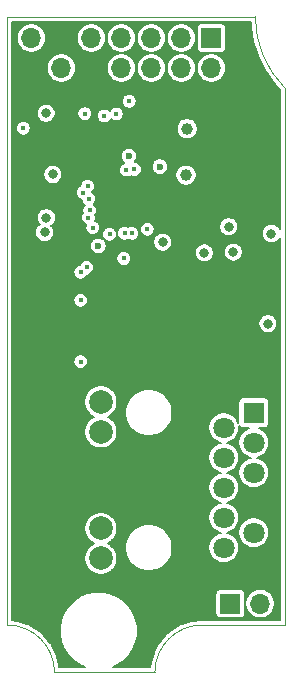
<source format=gbr>
%TF.GenerationSoftware,KiCad,Pcbnew,(5.1.8-0-10_14)*%
%TF.CreationDate,2020-11-27T10:39:21+01:00*%
%TF.ProjectId,SH-ESP32-Ethernet,53482d45-5350-4333-922d-45746865726e,0.1.0*%
%TF.SameCoordinates,Original*%
%TF.FileFunction,Copper,L2,Inr*%
%TF.FilePolarity,Positive*%
%FSLAX46Y46*%
G04 Gerber Fmt 4.6, Leading zero omitted, Abs format (unit mm)*
G04 Created by KiCad (PCBNEW (5.1.8-0-10_14)) date 2020-11-27 10:39:21*
%MOMM*%
%LPD*%
G01*
G04 APERTURE LIST*
%TA.AperFunction,Profile*%
%ADD10C,0.050000*%
%TD*%
%TA.AperFunction,ComponentPad*%
%ADD11C,1.800000*%
%TD*%
%TA.AperFunction,ComponentPad*%
%ADD12C,3.000000*%
%TD*%
%TA.AperFunction,ComponentPad*%
%ADD13C,2.000000*%
%TD*%
%TA.AperFunction,ComponentPad*%
%ADD14R,1.800000X1.800000*%
%TD*%
%TA.AperFunction,ComponentPad*%
%ADD15O,1.700000X1.700000*%
%TD*%
%TA.AperFunction,ComponentPad*%
%ADD16R,1.700000X1.700000*%
%TD*%
%TA.AperFunction,ViaPad*%
%ADD17C,0.600000*%
%TD*%
%TA.AperFunction,ViaPad*%
%ADD18C,0.800000*%
%TD*%
%TA.AperFunction,ViaPad*%
%ADD19C,0.450000*%
%TD*%
%TA.AperFunction,ViaPad*%
%ADD20C,1.000000*%
%TD*%
%TA.AperFunction,Conductor*%
%ADD21C,0.200000*%
%TD*%
%TA.AperFunction,Conductor*%
%ADD22C,0.100000*%
%TD*%
G04 APERTURE END LIST*
D10*
X165000000Y-108500000D02*
X172000000Y-108500000D01*
X161000000Y-112500000D02*
G75*
G02*
X165000000Y-108500000I4000000J0D01*
G01*
X148500000Y-108500000D02*
G75*
G02*
X152500000Y-112500000I0J-4000000D01*
G01*
X169500000Y-57000000D02*
X148500000Y-57000000D01*
X152500000Y-112500000D02*
X161000000Y-112499765D01*
X148500000Y-57000000D02*
X148500000Y-108500000D01*
X171989592Y-63010408D02*
X172000000Y-108500000D01*
X153000000Y-112500000D02*
X153000000Y-112500000D01*
X171989592Y-63010408D02*
G75*
G02*
X169500000Y-57000000I6010408J6010408D01*
G01*
D11*
%TO.N,N/C*%
%TO.C,J301*%
X166835000Y-99415000D03*
D12*
%TO.N,GND*%
X163535000Y-103985000D03*
X163535000Y-88485000D03*
D13*
%TO.N,VDDA*%
X156425000Y-102865000D03*
%TO.N,/IOHeader/LED_R_AN*%
X156425000Y-100325000D03*
%TO.N,/IOHeader/LED_Y_CA*%
X156425000Y-92145000D03*
D11*
%TO.N,Net-(J301-Pad10)*%
X166835000Y-101955000D03*
%TO.N,Net-(J301-Pad9)*%
X169375000Y-100685000D03*
%TO.N,GND*%
X169375000Y-98145000D03*
%TO.N,/IOHeader/TX-*%
X166835000Y-96875000D03*
%TO.N,/IOHeader/TX+*%
X169375000Y-95605000D03*
%TO.N,Net-(C308-Pad2)*%
X166835000Y-94335000D03*
X169375000Y-93065000D03*
%TO.N,/IOHeader/RX-*%
X166835000Y-91795000D03*
D13*
%TO.N,/IOHeader/LED_Y_AN*%
X156425000Y-89605000D03*
D14*
%TO.N,/IOHeader/RX+*%
X169375000Y-90525000D03*
%TD*%
D15*
%TO.N,Net-(J301-Pad9)*%
%TO.C,J303*%
X169920000Y-106690000D03*
D16*
%TO.N,Net-(J301-Pad10)*%
X167380000Y-106690000D03*
%TD*%
D15*
%TO.N,GND*%
%TO.C,J302*%
X150540000Y-61340000D03*
%TO.N,+3V3*%
X150540000Y-58800000D03*
%TO.N,/IOHeader/PHY_CLK*%
X153080000Y-61340000D03*
%TO.N,GND*%
X153080000Y-58800000D03*
X155620000Y-61340000D03*
%TO.N,/IOHeader/RMI_CRS_DV*%
X155620000Y-58800000D03*
%TO.N,/IOHeader/RMII_RXD0*%
X158160000Y-61340000D03*
%TO.N,/IOHeader/RMII_RXD1*%
X158160000Y-58800000D03*
%TO.N,/IOHeader/PHY_RESET_N*%
X160700000Y-61340000D03*
%TO.N,/IOHeader/PHY_MDIO*%
X160700000Y-58800000D03*
%TO.N,/IOHeader/RMII_TXD0*%
X163240000Y-61340000D03*
%TO.N,/IOHeader/RMII_EN*%
X163240000Y-58800000D03*
%TO.N,/IOHeader/RMII_TXD1*%
X165780000Y-61340000D03*
D16*
%TO.N,/IOHeader/PHY_MDC*%
X165780000Y-58800000D03*
%TD*%
D17*
%TO.N,GND*%
X158610000Y-72490000D03*
X159190000Y-73690000D03*
X159220000Y-71680000D03*
X157150000Y-73660000D03*
X157130000Y-71630000D03*
D18*
X154980000Y-69140000D03*
X164360000Y-74670000D03*
X163560000Y-75870000D03*
X171070000Y-86270000D03*
D17*
X158170000Y-73170000D03*
X156230000Y-77370000D03*
D19*
X154110000Y-67720000D03*
X152500000Y-67050000D03*
X153260000Y-67730000D03*
X153310000Y-66400000D03*
D17*
X157870000Y-72460000D03*
D18*
X154070000Y-75310000D03*
X152840000Y-68960000D03*
X153070000Y-71640000D03*
D19*
X160890000Y-63190000D03*
X150040000Y-78790000D03*
X150200000Y-87110000D03*
X150040000Y-92470000D03*
X149960000Y-98310000D03*
X150040000Y-103030000D03*
X149960000Y-107200000D03*
X151560000Y-108160000D03*
X159720000Y-111120000D03*
X161000000Y-108400000D03*
X170680000Y-103030000D03*
X170900000Y-97100000D03*
X170990000Y-93950000D03*
X160890000Y-79560000D03*
X160730000Y-83900000D03*
X164700000Y-80430000D03*
X169120000Y-69960000D03*
X169210000Y-65960000D03*
X168580000Y-59850000D03*
X155870000Y-63290000D03*
X155780000Y-64630000D03*
X155730000Y-65710000D03*
X153990000Y-76750000D03*
X153930000Y-77990000D03*
X153880000Y-80220000D03*
X165330000Y-78360000D03*
X165190000Y-82400000D03*
X165040000Y-85030000D03*
X165270000Y-87230000D03*
X166540000Y-90030000D03*
X167670000Y-90170000D03*
X167220000Y-77820000D03*
X167930000Y-78020000D03*
X168010000Y-81720000D03*
X167110000Y-80080000D03*
X167170000Y-83560000D03*
X167980000Y-85090000D03*
X167140000Y-86950000D03*
X167960000Y-87830000D03*
X164010000Y-91180000D03*
X164010000Y-93600000D03*
X163800000Y-95630000D03*
X164620000Y-96540000D03*
X163770000Y-100850000D03*
X157080000Y-97910000D03*
X156460000Y-94700000D03*
X158650000Y-92810000D03*
X160920000Y-96420000D03*
X158910000Y-88120000D03*
X165480000Y-75590000D03*
D17*
X159140000Y-66740000D03*
X162270000Y-69720000D03*
X162870000Y-71310000D03*
D19*
%TO.N,+3V3*%
X155400000Y-72425000D03*
D17*
X156210000Y-76400000D03*
D18*
X151790000Y-65160000D03*
X151660000Y-75260000D03*
X152360000Y-70350000D03*
X151820000Y-74010000D03*
D17*
X158799010Y-68800000D03*
D20*
X163730000Y-66480000D03*
D19*
%TO.N,/IOHeader/PHY_RESET_N*%
X149860000Y-66430000D03*
X158820000Y-64150000D03*
%TO.N,/IOHeader/PHY_MDIO*%
X155375000Y-74000000D03*
%TO.N,/IOHeader/RMII_TXD0*%
X159054874Y-75334351D03*
%TO.N,/IOHeader/RMII_EN*%
X158430000Y-75320000D03*
%TO.N,/IOHeader/RMII_TXD1*%
X160353324Y-74993324D03*
%TO.N,/IOHeader/PHY_MDC*%
X157160000Y-75410000D03*
D18*
%TO.N,VDDA*%
X161670000Y-76080000D03*
X165180000Y-76990000D03*
X167640000Y-76920000D03*
X167250000Y-74780000D03*
X170870000Y-75350000D03*
X170570000Y-82980000D03*
D17*
X161422000Y-69690000D03*
D20*
X163630000Y-70410000D03*
D19*
%TO.N,/IOHeader/nRST*%
X158370000Y-77460000D03*
X155210000Y-78220000D03*
%TO.N,/IOHeader/LED_R_AN*%
X154710000Y-86200000D03*
X154710000Y-81005000D03*
%TO.N,/IOHeader/LED_Y_CA*%
X158590000Y-69980000D03*
X155740000Y-74860000D03*
%TO.N,Net-(R304-Pad1)*%
X154920000Y-71880000D03*
X157730000Y-65230000D03*
%TO.N,Net-(R305-Pad1)*%
X155310000Y-71340000D03*
X156710000Y-65400000D03*
%TO.N,Net-(R306-Pad1)*%
X155480000Y-73390000D03*
X155070000Y-65200000D03*
%TO.N,/IOHeader/nINTSEL-LED2*%
X159270000Y-69930000D03*
X154710000Y-78630000D03*
%TD*%
D21*
%TO.N,GND*%
X169122145Y-57910734D02*
X169124950Y-57933909D01*
X169127149Y-57957173D01*
X169127892Y-57961562D01*
X169326687Y-59100605D01*
X169333042Y-59126480D01*
X169339146Y-59152502D01*
X169340477Y-59156749D01*
X169692018Y-60258273D01*
X169701839Y-60283079D01*
X169711405Y-60307999D01*
X169713300Y-60312026D01*
X170211083Y-61355649D01*
X170224165Y-61378866D01*
X170237039Y-61402284D01*
X170239464Y-61406017D01*
X170874277Y-62372427D01*
X170890384Y-62393647D01*
X170906322Y-62415108D01*
X170909231Y-62418478D01*
X171564629Y-63169775D01*
X171567325Y-74953659D01*
X171491401Y-74840030D01*
X171379970Y-74728599D01*
X171248942Y-74641049D01*
X171103351Y-74580743D01*
X170948793Y-74550000D01*
X170791207Y-74550000D01*
X170636649Y-74580743D01*
X170491058Y-74641049D01*
X170360030Y-74728599D01*
X170248599Y-74840030D01*
X170161049Y-74971058D01*
X170100743Y-75116649D01*
X170070000Y-75271207D01*
X170070000Y-75428793D01*
X170100743Y-75583351D01*
X170161049Y-75728942D01*
X170248599Y-75859970D01*
X170360030Y-75971401D01*
X170491058Y-76058951D01*
X170636649Y-76119257D01*
X170791207Y-76150000D01*
X170948793Y-76150000D01*
X171103351Y-76119257D01*
X171248942Y-76058951D01*
X171379970Y-75971401D01*
X171491401Y-75859970D01*
X171567507Y-75746070D01*
X171574903Y-108075000D01*
X164979126Y-108075000D01*
X164978385Y-108075073D01*
X164970599Y-108075100D01*
X164952129Y-108076976D01*
X164933556Y-108076846D01*
X164927651Y-108077425D01*
X164151263Y-108159027D01*
X164113561Y-108166766D01*
X164075692Y-108173990D01*
X164070014Y-108175705D01*
X164070008Y-108175707D01*
X163324262Y-108406554D01*
X163288758Y-108421478D01*
X163253037Y-108435910D01*
X163247806Y-108438692D01*
X163247797Y-108438696D01*
X163247790Y-108438701D01*
X162561088Y-108809999D01*
X162529170Y-108831528D01*
X162496921Y-108852631D01*
X162492328Y-108856378D01*
X162492322Y-108856382D01*
X162492317Y-108856387D01*
X161890812Y-109353995D01*
X161863711Y-109381285D01*
X161836147Y-109408278D01*
X161832365Y-109412851D01*
X161338964Y-110017822D01*
X161317667Y-110049877D01*
X161295885Y-110081688D01*
X161293063Y-110086908D01*
X160926563Y-110776193D01*
X160911888Y-110811798D01*
X160896710Y-110847211D01*
X160894955Y-110852880D01*
X160669318Y-111600224D01*
X160661836Y-111638010D01*
X160653827Y-111675689D01*
X160653207Y-111681590D01*
X160614655Y-112074776D01*
X157449938Y-112074864D01*
X157813136Y-111924422D01*
X158353627Y-111563277D01*
X158813277Y-111103627D01*
X159174422Y-110563136D01*
X159423183Y-109962574D01*
X159550000Y-109325022D01*
X159550000Y-108674978D01*
X159423183Y-108037426D01*
X159174422Y-107436864D01*
X158813277Y-106896373D01*
X158353627Y-106436723D01*
X157813136Y-106075578D01*
X157244401Y-105840000D01*
X166128065Y-105840000D01*
X166128065Y-107540000D01*
X166135788Y-107618414D01*
X166158660Y-107693814D01*
X166195803Y-107763303D01*
X166245789Y-107824211D01*
X166306697Y-107874197D01*
X166376186Y-107911340D01*
X166451586Y-107934212D01*
X166530000Y-107941935D01*
X168230000Y-107941935D01*
X168308414Y-107934212D01*
X168383814Y-107911340D01*
X168453303Y-107874197D01*
X168514211Y-107824211D01*
X168564197Y-107763303D01*
X168601340Y-107693814D01*
X168624212Y-107618414D01*
X168631935Y-107540000D01*
X168631935Y-106566886D01*
X168670000Y-106566886D01*
X168670000Y-106813114D01*
X168718037Y-107054611D01*
X168812265Y-107282097D01*
X168949062Y-107486828D01*
X169123172Y-107660938D01*
X169327903Y-107797735D01*
X169555389Y-107891963D01*
X169796886Y-107940000D01*
X170043114Y-107940000D01*
X170284611Y-107891963D01*
X170512097Y-107797735D01*
X170716828Y-107660938D01*
X170890938Y-107486828D01*
X171027735Y-107282097D01*
X171121963Y-107054611D01*
X171170000Y-106813114D01*
X171170000Y-106566886D01*
X171121963Y-106325389D01*
X171027735Y-106097903D01*
X170890938Y-105893172D01*
X170716828Y-105719062D01*
X170512097Y-105582265D01*
X170284611Y-105488037D01*
X170043114Y-105440000D01*
X169796886Y-105440000D01*
X169555389Y-105488037D01*
X169327903Y-105582265D01*
X169123172Y-105719062D01*
X168949062Y-105893172D01*
X168812265Y-106097903D01*
X168718037Y-106325389D01*
X168670000Y-106566886D01*
X168631935Y-106566886D01*
X168631935Y-105840000D01*
X168624212Y-105761586D01*
X168601340Y-105686186D01*
X168564197Y-105616697D01*
X168514211Y-105555789D01*
X168453303Y-105505803D01*
X168383814Y-105468660D01*
X168308414Y-105445788D01*
X168230000Y-105438065D01*
X166530000Y-105438065D01*
X166451586Y-105445788D01*
X166376186Y-105468660D01*
X166306697Y-105505803D01*
X166245789Y-105555789D01*
X166195803Y-105616697D01*
X166158660Y-105686186D01*
X166135788Y-105761586D01*
X166128065Y-105840000D01*
X157244401Y-105840000D01*
X157212574Y-105826817D01*
X156575022Y-105700000D01*
X155924978Y-105700000D01*
X155287426Y-105826817D01*
X154686864Y-106075578D01*
X154146373Y-106436723D01*
X153686723Y-106896373D01*
X153325578Y-107436864D01*
X153076817Y-108037426D01*
X152950000Y-108674978D01*
X152950000Y-109325022D01*
X153076817Y-109962574D01*
X153325578Y-110563136D01*
X153686723Y-111103627D01*
X154146373Y-111563277D01*
X154686864Y-111924422D01*
X155050222Y-112074930D01*
X152885509Y-112074990D01*
X152840973Y-111651263D01*
X152833234Y-111613561D01*
X152826010Y-111575692D01*
X152824294Y-111570012D01*
X152593446Y-110824262D01*
X152578522Y-110788758D01*
X152564090Y-110753037D01*
X152561304Y-110747798D01*
X152561304Y-110747797D01*
X152561299Y-110747790D01*
X152190001Y-110061088D01*
X152168472Y-110029170D01*
X152147369Y-109996921D01*
X152143622Y-109992328D01*
X152143618Y-109992322D01*
X152143613Y-109992317D01*
X151646005Y-109390812D01*
X151618715Y-109363711D01*
X151591722Y-109336147D01*
X151587149Y-109332365D01*
X150982178Y-108838964D01*
X150950123Y-108817667D01*
X150918312Y-108795885D01*
X150913095Y-108793064D01*
X150913087Y-108793060D01*
X150223807Y-108426563D01*
X150188202Y-108411888D01*
X150152789Y-108396710D01*
X150147120Y-108394955D01*
X149399776Y-108169318D01*
X149361990Y-108161836D01*
X149324311Y-108153827D01*
X149318410Y-108153207D01*
X148925000Y-108114633D01*
X148925000Y-100187112D01*
X155025000Y-100187112D01*
X155025000Y-100462888D01*
X155078801Y-100733365D01*
X155184336Y-100988149D01*
X155337549Y-101217448D01*
X155532552Y-101412451D01*
X155761851Y-101565664D01*
X155832674Y-101595000D01*
X155761851Y-101624336D01*
X155532552Y-101777549D01*
X155337549Y-101972552D01*
X155184336Y-102201851D01*
X155078801Y-102456635D01*
X155025000Y-102727112D01*
X155025000Y-103002888D01*
X155078801Y-103273365D01*
X155184336Y-103528149D01*
X155337549Y-103757448D01*
X155532552Y-103952451D01*
X155761851Y-104105664D01*
X156016635Y-104211199D01*
X156287112Y-104265000D01*
X156562888Y-104265000D01*
X156833365Y-104211199D01*
X157088149Y-104105664D01*
X157317448Y-103952451D01*
X157512451Y-103757448D01*
X157665664Y-103528149D01*
X157771199Y-103273365D01*
X157825000Y-103002888D01*
X157825000Y-102727112D01*
X157771199Y-102456635D01*
X157665664Y-102201851D01*
X157512451Y-101972552D01*
X157317448Y-101777549D01*
X157288217Y-101758017D01*
X158485000Y-101758017D01*
X158485000Y-102151983D01*
X158561859Y-102538378D01*
X158712623Y-102902355D01*
X158931499Y-103229926D01*
X159210074Y-103508501D01*
X159537645Y-103727377D01*
X159901622Y-103878141D01*
X160288017Y-103955000D01*
X160681983Y-103955000D01*
X161068378Y-103878141D01*
X161432355Y-103727377D01*
X161759926Y-103508501D01*
X162038501Y-103229926D01*
X162257377Y-102902355D01*
X162408141Y-102538378D01*
X162485000Y-102151983D01*
X162485000Y-101758017D01*
X162408141Y-101371622D01*
X162257377Y-101007645D01*
X162038501Y-100680074D01*
X161759926Y-100401499D01*
X161432355Y-100182623D01*
X161068378Y-100031859D01*
X160681983Y-99955000D01*
X160288017Y-99955000D01*
X159901622Y-100031859D01*
X159537645Y-100182623D01*
X159210074Y-100401499D01*
X158931499Y-100680074D01*
X158712623Y-101007645D01*
X158561859Y-101371622D01*
X158485000Y-101758017D01*
X157288217Y-101758017D01*
X157088149Y-101624336D01*
X157017326Y-101595000D01*
X157088149Y-101565664D01*
X157317448Y-101412451D01*
X157512451Y-101217448D01*
X157665664Y-100988149D01*
X157771199Y-100733365D01*
X157825000Y-100462888D01*
X157825000Y-100187112D01*
X157771199Y-99916635D01*
X157665664Y-99661851D01*
X157512451Y-99432552D01*
X157317448Y-99237549D01*
X157088149Y-99084336D01*
X156833365Y-98978801D01*
X156562888Y-98925000D01*
X156287112Y-98925000D01*
X156016635Y-98978801D01*
X155761851Y-99084336D01*
X155532552Y-99237549D01*
X155337549Y-99432552D01*
X155184336Y-99661851D01*
X155078801Y-99916635D01*
X155025000Y-100187112D01*
X148925000Y-100187112D01*
X148925000Y-89467112D01*
X155025000Y-89467112D01*
X155025000Y-89742888D01*
X155078801Y-90013365D01*
X155184336Y-90268149D01*
X155337549Y-90497448D01*
X155532552Y-90692451D01*
X155761851Y-90845664D01*
X155832674Y-90875000D01*
X155761851Y-90904336D01*
X155532552Y-91057549D01*
X155337549Y-91252552D01*
X155184336Y-91481851D01*
X155078801Y-91736635D01*
X155025000Y-92007112D01*
X155025000Y-92282888D01*
X155078801Y-92553365D01*
X155184336Y-92808149D01*
X155337549Y-93037448D01*
X155532552Y-93232451D01*
X155761851Y-93385664D01*
X156016635Y-93491199D01*
X156287112Y-93545000D01*
X156562888Y-93545000D01*
X156833365Y-93491199D01*
X157088149Y-93385664D01*
X157317448Y-93232451D01*
X157512451Y-93037448D01*
X157665664Y-92808149D01*
X157771199Y-92553365D01*
X157825000Y-92282888D01*
X157825000Y-92007112D01*
X157771199Y-91736635D01*
X157665664Y-91481851D01*
X157512451Y-91252552D01*
X157317448Y-91057549D01*
X157088149Y-90904336D01*
X157017326Y-90875000D01*
X157088149Y-90845664D01*
X157317448Y-90692451D01*
X157512451Y-90497448D01*
X157625661Y-90328017D01*
X158485000Y-90328017D01*
X158485000Y-90721983D01*
X158561859Y-91108378D01*
X158712623Y-91472355D01*
X158931499Y-91799926D01*
X159210074Y-92078501D01*
X159537645Y-92297377D01*
X159901622Y-92448141D01*
X160288017Y-92525000D01*
X160681983Y-92525000D01*
X161068378Y-92448141D01*
X161432355Y-92297377D01*
X161759926Y-92078501D01*
X162038501Y-91799926D01*
X162127345Y-91666961D01*
X165535000Y-91666961D01*
X165535000Y-91923039D01*
X165584958Y-92174196D01*
X165682955Y-92410781D01*
X165825224Y-92623702D01*
X166006298Y-92804776D01*
X166219219Y-92947045D01*
X166455804Y-93045042D01*
X166556140Y-93065000D01*
X166455804Y-93084958D01*
X166219219Y-93182955D01*
X166006298Y-93325224D01*
X165825224Y-93506298D01*
X165682955Y-93719219D01*
X165584958Y-93955804D01*
X165535000Y-94206961D01*
X165535000Y-94463039D01*
X165584958Y-94714196D01*
X165682955Y-94950781D01*
X165825224Y-95163702D01*
X166006298Y-95344776D01*
X166219219Y-95487045D01*
X166455804Y-95585042D01*
X166556140Y-95605000D01*
X166455804Y-95624958D01*
X166219219Y-95722955D01*
X166006298Y-95865224D01*
X165825224Y-96046298D01*
X165682955Y-96259219D01*
X165584958Y-96495804D01*
X165535000Y-96746961D01*
X165535000Y-97003039D01*
X165584958Y-97254196D01*
X165682955Y-97490781D01*
X165825224Y-97703702D01*
X166006298Y-97884776D01*
X166219219Y-98027045D01*
X166455804Y-98125042D01*
X166556140Y-98145000D01*
X166455804Y-98164958D01*
X166219219Y-98262955D01*
X166006298Y-98405224D01*
X165825224Y-98586298D01*
X165682955Y-98799219D01*
X165584958Y-99035804D01*
X165535000Y-99286961D01*
X165535000Y-99543039D01*
X165584958Y-99794196D01*
X165682955Y-100030781D01*
X165825224Y-100243702D01*
X166006298Y-100424776D01*
X166219219Y-100567045D01*
X166455804Y-100665042D01*
X166556140Y-100685000D01*
X166455804Y-100704958D01*
X166219219Y-100802955D01*
X166006298Y-100945224D01*
X165825224Y-101126298D01*
X165682955Y-101339219D01*
X165584958Y-101575804D01*
X165535000Y-101826961D01*
X165535000Y-102083039D01*
X165584958Y-102334196D01*
X165682955Y-102570781D01*
X165825224Y-102783702D01*
X166006298Y-102964776D01*
X166219219Y-103107045D01*
X166455804Y-103205042D01*
X166706961Y-103255000D01*
X166963039Y-103255000D01*
X167214196Y-103205042D01*
X167450781Y-103107045D01*
X167663702Y-102964776D01*
X167844776Y-102783702D01*
X167987045Y-102570781D01*
X168085042Y-102334196D01*
X168135000Y-102083039D01*
X168135000Y-101826961D01*
X168085042Y-101575804D01*
X167987045Y-101339219D01*
X167844776Y-101126298D01*
X167663702Y-100945224D01*
X167450781Y-100802955D01*
X167214196Y-100704958D01*
X167113860Y-100685000D01*
X167214196Y-100665042D01*
X167450781Y-100567045D01*
X167465872Y-100556961D01*
X168075000Y-100556961D01*
X168075000Y-100813039D01*
X168124958Y-101064196D01*
X168222955Y-101300781D01*
X168365224Y-101513702D01*
X168546298Y-101694776D01*
X168759219Y-101837045D01*
X168995804Y-101935042D01*
X169246961Y-101985000D01*
X169503039Y-101985000D01*
X169754196Y-101935042D01*
X169990781Y-101837045D01*
X170203702Y-101694776D01*
X170384776Y-101513702D01*
X170527045Y-101300781D01*
X170625042Y-101064196D01*
X170675000Y-100813039D01*
X170675000Y-100556961D01*
X170625042Y-100305804D01*
X170527045Y-100069219D01*
X170384776Y-99856298D01*
X170203702Y-99675224D01*
X169990781Y-99532955D01*
X169754196Y-99434958D01*
X169503039Y-99385000D01*
X169246961Y-99385000D01*
X168995804Y-99434958D01*
X168759219Y-99532955D01*
X168546298Y-99675224D01*
X168365224Y-99856298D01*
X168222955Y-100069219D01*
X168124958Y-100305804D01*
X168075000Y-100556961D01*
X167465872Y-100556961D01*
X167663702Y-100424776D01*
X167844776Y-100243702D01*
X167987045Y-100030781D01*
X168085042Y-99794196D01*
X168135000Y-99543039D01*
X168135000Y-99286961D01*
X168085042Y-99035804D01*
X167987045Y-98799219D01*
X167844776Y-98586298D01*
X167663702Y-98405224D01*
X167450781Y-98262955D01*
X167214196Y-98164958D01*
X167113860Y-98145000D01*
X167214196Y-98125042D01*
X167450781Y-98027045D01*
X167663702Y-97884776D01*
X167844776Y-97703702D01*
X167987045Y-97490781D01*
X168085042Y-97254196D01*
X168135000Y-97003039D01*
X168135000Y-96746961D01*
X168085042Y-96495804D01*
X167987045Y-96259219D01*
X167844776Y-96046298D01*
X167663702Y-95865224D01*
X167450781Y-95722955D01*
X167214196Y-95624958D01*
X167113860Y-95605000D01*
X167214196Y-95585042D01*
X167450781Y-95487045D01*
X167663702Y-95344776D01*
X167844776Y-95163702D01*
X167987045Y-94950781D01*
X168085042Y-94714196D01*
X168135000Y-94463039D01*
X168135000Y-94206961D01*
X168085042Y-93955804D01*
X167987045Y-93719219D01*
X167844776Y-93506298D01*
X167663702Y-93325224D01*
X167450781Y-93182955D01*
X167214196Y-93084958D01*
X167113860Y-93065000D01*
X167214196Y-93045042D01*
X167450781Y-92947045D01*
X167663702Y-92804776D01*
X167844776Y-92623702D01*
X167987045Y-92410781D01*
X168085042Y-92174196D01*
X168135000Y-91923039D01*
X168135000Y-91666961D01*
X168125650Y-91619953D01*
X168140803Y-91648303D01*
X168190789Y-91709211D01*
X168251697Y-91759197D01*
X168321186Y-91796340D01*
X168396586Y-91819212D01*
X168475000Y-91826935D01*
X168966889Y-91826935D01*
X168759219Y-91912955D01*
X168546298Y-92055224D01*
X168365224Y-92236298D01*
X168222955Y-92449219D01*
X168124958Y-92685804D01*
X168075000Y-92936961D01*
X168075000Y-93193039D01*
X168124958Y-93444196D01*
X168222955Y-93680781D01*
X168365224Y-93893702D01*
X168546298Y-94074776D01*
X168759219Y-94217045D01*
X168995804Y-94315042D01*
X169096140Y-94335000D01*
X168995804Y-94354958D01*
X168759219Y-94452955D01*
X168546298Y-94595224D01*
X168365224Y-94776298D01*
X168222955Y-94989219D01*
X168124958Y-95225804D01*
X168075000Y-95476961D01*
X168075000Y-95733039D01*
X168124958Y-95984196D01*
X168222955Y-96220781D01*
X168365224Y-96433702D01*
X168546298Y-96614776D01*
X168759219Y-96757045D01*
X168995804Y-96855042D01*
X169246961Y-96905000D01*
X169503039Y-96905000D01*
X169754196Y-96855042D01*
X169990781Y-96757045D01*
X170203702Y-96614776D01*
X170384776Y-96433702D01*
X170527045Y-96220781D01*
X170625042Y-95984196D01*
X170675000Y-95733039D01*
X170675000Y-95476961D01*
X170625042Y-95225804D01*
X170527045Y-94989219D01*
X170384776Y-94776298D01*
X170203702Y-94595224D01*
X169990781Y-94452955D01*
X169754196Y-94354958D01*
X169653860Y-94335000D01*
X169754196Y-94315042D01*
X169990781Y-94217045D01*
X170203702Y-94074776D01*
X170384776Y-93893702D01*
X170527045Y-93680781D01*
X170625042Y-93444196D01*
X170675000Y-93193039D01*
X170675000Y-92936961D01*
X170625042Y-92685804D01*
X170527045Y-92449219D01*
X170384776Y-92236298D01*
X170203702Y-92055224D01*
X169990781Y-91912955D01*
X169783111Y-91826935D01*
X170275000Y-91826935D01*
X170353414Y-91819212D01*
X170428814Y-91796340D01*
X170498303Y-91759197D01*
X170559211Y-91709211D01*
X170609197Y-91648303D01*
X170646340Y-91578814D01*
X170669212Y-91503414D01*
X170676935Y-91425000D01*
X170676935Y-89625000D01*
X170669212Y-89546586D01*
X170646340Y-89471186D01*
X170609197Y-89401697D01*
X170559211Y-89340789D01*
X170498303Y-89290803D01*
X170428814Y-89253660D01*
X170353414Y-89230788D01*
X170275000Y-89223065D01*
X168475000Y-89223065D01*
X168396586Y-89230788D01*
X168321186Y-89253660D01*
X168251697Y-89290803D01*
X168190789Y-89340789D01*
X168140803Y-89401697D01*
X168103660Y-89471186D01*
X168080788Y-89546586D01*
X168073065Y-89625000D01*
X168073065Y-91386889D01*
X167987045Y-91179219D01*
X167844776Y-90966298D01*
X167663702Y-90785224D01*
X167450781Y-90642955D01*
X167214196Y-90544958D01*
X166963039Y-90495000D01*
X166706961Y-90495000D01*
X166455804Y-90544958D01*
X166219219Y-90642955D01*
X166006298Y-90785224D01*
X165825224Y-90966298D01*
X165682955Y-91179219D01*
X165584958Y-91415804D01*
X165535000Y-91666961D01*
X162127345Y-91666961D01*
X162257377Y-91472355D01*
X162408141Y-91108378D01*
X162485000Y-90721983D01*
X162485000Y-90328017D01*
X162408141Y-89941622D01*
X162257377Y-89577645D01*
X162038501Y-89250074D01*
X161759926Y-88971499D01*
X161432355Y-88752623D01*
X161068378Y-88601859D01*
X160681983Y-88525000D01*
X160288017Y-88525000D01*
X159901622Y-88601859D01*
X159537645Y-88752623D01*
X159210074Y-88971499D01*
X158931499Y-89250074D01*
X158712623Y-89577645D01*
X158561859Y-89941622D01*
X158485000Y-90328017D01*
X157625661Y-90328017D01*
X157665664Y-90268149D01*
X157771199Y-90013365D01*
X157825000Y-89742888D01*
X157825000Y-89467112D01*
X157771199Y-89196635D01*
X157665664Y-88941851D01*
X157512451Y-88712552D01*
X157317448Y-88517549D01*
X157088149Y-88364336D01*
X156833365Y-88258801D01*
X156562888Y-88205000D01*
X156287112Y-88205000D01*
X156016635Y-88258801D01*
X155761851Y-88364336D01*
X155532552Y-88517549D01*
X155337549Y-88712552D01*
X155184336Y-88941851D01*
X155078801Y-89196635D01*
X155025000Y-89467112D01*
X148925000Y-89467112D01*
X148925000Y-86138443D01*
X154085000Y-86138443D01*
X154085000Y-86261557D01*
X154109019Y-86382306D01*
X154156132Y-86496048D01*
X154224531Y-86598414D01*
X154311586Y-86685469D01*
X154413952Y-86753868D01*
X154527694Y-86800981D01*
X154648443Y-86825000D01*
X154771557Y-86825000D01*
X154892306Y-86800981D01*
X155006048Y-86753868D01*
X155108414Y-86685469D01*
X155195469Y-86598414D01*
X155263868Y-86496048D01*
X155310981Y-86382306D01*
X155335000Y-86261557D01*
X155335000Y-86138443D01*
X155310981Y-86017694D01*
X155263868Y-85903952D01*
X155195469Y-85801586D01*
X155108414Y-85714531D01*
X155006048Y-85646132D01*
X154892306Y-85599019D01*
X154771557Y-85575000D01*
X154648443Y-85575000D01*
X154527694Y-85599019D01*
X154413952Y-85646132D01*
X154311586Y-85714531D01*
X154224531Y-85801586D01*
X154156132Y-85903952D01*
X154109019Y-86017694D01*
X154085000Y-86138443D01*
X148925000Y-86138443D01*
X148925000Y-82901207D01*
X169770000Y-82901207D01*
X169770000Y-83058793D01*
X169800743Y-83213351D01*
X169861049Y-83358942D01*
X169948599Y-83489970D01*
X170060030Y-83601401D01*
X170191058Y-83688951D01*
X170336649Y-83749257D01*
X170491207Y-83780000D01*
X170648793Y-83780000D01*
X170803351Y-83749257D01*
X170948942Y-83688951D01*
X171079970Y-83601401D01*
X171191401Y-83489970D01*
X171278951Y-83358942D01*
X171339257Y-83213351D01*
X171370000Y-83058793D01*
X171370000Y-82901207D01*
X171339257Y-82746649D01*
X171278951Y-82601058D01*
X171191401Y-82470030D01*
X171079970Y-82358599D01*
X170948942Y-82271049D01*
X170803351Y-82210743D01*
X170648793Y-82180000D01*
X170491207Y-82180000D01*
X170336649Y-82210743D01*
X170191058Y-82271049D01*
X170060030Y-82358599D01*
X169948599Y-82470030D01*
X169861049Y-82601058D01*
X169800743Y-82746649D01*
X169770000Y-82901207D01*
X148925000Y-82901207D01*
X148925000Y-80943443D01*
X154085000Y-80943443D01*
X154085000Y-81066557D01*
X154109019Y-81187306D01*
X154156132Y-81301048D01*
X154224531Y-81403414D01*
X154311586Y-81490469D01*
X154413952Y-81558868D01*
X154527694Y-81605981D01*
X154648443Y-81630000D01*
X154771557Y-81630000D01*
X154892306Y-81605981D01*
X155006048Y-81558868D01*
X155108414Y-81490469D01*
X155195469Y-81403414D01*
X155263868Y-81301048D01*
X155310981Y-81187306D01*
X155335000Y-81066557D01*
X155335000Y-80943443D01*
X155310981Y-80822694D01*
X155263868Y-80708952D01*
X155195469Y-80606586D01*
X155108414Y-80519531D01*
X155006048Y-80451132D01*
X154892306Y-80404019D01*
X154771557Y-80380000D01*
X154648443Y-80380000D01*
X154527694Y-80404019D01*
X154413952Y-80451132D01*
X154311586Y-80519531D01*
X154224531Y-80606586D01*
X154156132Y-80708952D01*
X154109019Y-80822694D01*
X154085000Y-80943443D01*
X148925000Y-80943443D01*
X148925000Y-78568443D01*
X154085000Y-78568443D01*
X154085000Y-78691557D01*
X154109019Y-78812306D01*
X154156132Y-78926048D01*
X154224531Y-79028414D01*
X154311586Y-79115469D01*
X154413952Y-79183868D01*
X154527694Y-79230981D01*
X154648443Y-79255000D01*
X154771557Y-79255000D01*
X154892306Y-79230981D01*
X155006048Y-79183868D01*
X155108414Y-79115469D01*
X155195469Y-79028414D01*
X155263868Y-78926048D01*
X155299763Y-78839389D01*
X155392306Y-78820981D01*
X155506048Y-78773868D01*
X155608414Y-78705469D01*
X155695469Y-78618414D01*
X155763868Y-78516048D01*
X155810981Y-78402306D01*
X155835000Y-78281557D01*
X155835000Y-78158443D01*
X155810981Y-78037694D01*
X155763868Y-77923952D01*
X155695469Y-77821586D01*
X155608414Y-77734531D01*
X155506048Y-77666132D01*
X155392306Y-77619019D01*
X155271557Y-77595000D01*
X155148443Y-77595000D01*
X155027694Y-77619019D01*
X154913952Y-77666132D01*
X154811586Y-77734531D01*
X154724531Y-77821586D01*
X154656132Y-77923952D01*
X154620237Y-78010611D01*
X154527694Y-78029019D01*
X154413952Y-78076132D01*
X154311586Y-78144531D01*
X154224531Y-78231586D01*
X154156132Y-78333952D01*
X154109019Y-78447694D01*
X154085000Y-78568443D01*
X148925000Y-78568443D01*
X148925000Y-77398443D01*
X157745000Y-77398443D01*
X157745000Y-77521557D01*
X157769019Y-77642306D01*
X157816132Y-77756048D01*
X157884531Y-77858414D01*
X157971586Y-77945469D01*
X158073952Y-78013868D01*
X158187694Y-78060981D01*
X158308443Y-78085000D01*
X158431557Y-78085000D01*
X158552306Y-78060981D01*
X158666048Y-78013868D01*
X158768414Y-77945469D01*
X158855469Y-77858414D01*
X158923868Y-77756048D01*
X158970981Y-77642306D01*
X158995000Y-77521557D01*
X158995000Y-77398443D01*
X158970981Y-77277694D01*
X158923868Y-77163952D01*
X158855469Y-77061586D01*
X158768414Y-76974531D01*
X158673644Y-76911207D01*
X164380000Y-76911207D01*
X164380000Y-77068793D01*
X164410743Y-77223351D01*
X164471049Y-77368942D01*
X164558599Y-77499970D01*
X164670030Y-77611401D01*
X164801058Y-77698951D01*
X164946649Y-77759257D01*
X165101207Y-77790000D01*
X165258793Y-77790000D01*
X165413351Y-77759257D01*
X165558942Y-77698951D01*
X165689970Y-77611401D01*
X165801401Y-77499970D01*
X165888951Y-77368942D01*
X165949257Y-77223351D01*
X165980000Y-77068793D01*
X165980000Y-76911207D01*
X165966077Y-76841207D01*
X166840000Y-76841207D01*
X166840000Y-76998793D01*
X166870743Y-77153351D01*
X166931049Y-77298942D01*
X167018599Y-77429970D01*
X167130030Y-77541401D01*
X167261058Y-77628951D01*
X167406649Y-77689257D01*
X167561207Y-77720000D01*
X167718793Y-77720000D01*
X167873351Y-77689257D01*
X168018942Y-77628951D01*
X168149970Y-77541401D01*
X168261401Y-77429970D01*
X168348951Y-77298942D01*
X168409257Y-77153351D01*
X168440000Y-76998793D01*
X168440000Y-76841207D01*
X168409257Y-76686649D01*
X168348951Y-76541058D01*
X168261401Y-76410030D01*
X168149970Y-76298599D01*
X168018942Y-76211049D01*
X167873351Y-76150743D01*
X167718793Y-76120000D01*
X167561207Y-76120000D01*
X167406649Y-76150743D01*
X167261058Y-76211049D01*
X167130030Y-76298599D01*
X167018599Y-76410030D01*
X166931049Y-76541058D01*
X166870743Y-76686649D01*
X166840000Y-76841207D01*
X165966077Y-76841207D01*
X165949257Y-76756649D01*
X165888951Y-76611058D01*
X165801401Y-76480030D01*
X165689970Y-76368599D01*
X165558942Y-76281049D01*
X165413351Y-76220743D01*
X165258793Y-76190000D01*
X165101207Y-76190000D01*
X164946649Y-76220743D01*
X164801058Y-76281049D01*
X164670030Y-76368599D01*
X164558599Y-76480030D01*
X164471049Y-76611058D01*
X164410743Y-76756649D01*
X164380000Y-76911207D01*
X158673644Y-76911207D01*
X158666048Y-76906132D01*
X158552306Y-76859019D01*
X158431557Y-76835000D01*
X158308443Y-76835000D01*
X158187694Y-76859019D01*
X158073952Y-76906132D01*
X157971586Y-76974531D01*
X157884531Y-77061586D01*
X157816132Y-77163952D01*
X157769019Y-77277694D01*
X157745000Y-77398443D01*
X148925000Y-77398443D01*
X148925000Y-76331056D01*
X155510000Y-76331056D01*
X155510000Y-76468944D01*
X155536901Y-76604182D01*
X155589668Y-76731574D01*
X155666274Y-76846224D01*
X155763776Y-76943726D01*
X155878426Y-77020332D01*
X156005818Y-77073099D01*
X156141056Y-77100000D01*
X156278944Y-77100000D01*
X156414182Y-77073099D01*
X156541574Y-77020332D01*
X156656224Y-76943726D01*
X156753726Y-76846224D01*
X156830332Y-76731574D01*
X156883099Y-76604182D01*
X156910000Y-76468944D01*
X156910000Y-76331056D01*
X156883099Y-76195818D01*
X156830332Y-76068426D01*
X156753726Y-75953776D01*
X156656224Y-75856274D01*
X156541574Y-75779668D01*
X156414182Y-75726901D01*
X156278944Y-75700000D01*
X156141056Y-75700000D01*
X156005818Y-75726901D01*
X155878426Y-75779668D01*
X155763776Y-75856274D01*
X155666274Y-75953776D01*
X155589668Y-76068426D01*
X155536901Y-76195818D01*
X155510000Y-76331056D01*
X148925000Y-76331056D01*
X148925000Y-75181207D01*
X150860000Y-75181207D01*
X150860000Y-75338793D01*
X150890743Y-75493351D01*
X150951049Y-75638942D01*
X151038599Y-75769970D01*
X151150030Y-75881401D01*
X151281058Y-75968951D01*
X151426649Y-76029257D01*
X151581207Y-76060000D01*
X151738793Y-76060000D01*
X151893351Y-76029257D01*
X152038942Y-75968951D01*
X152169970Y-75881401D01*
X152281401Y-75769970D01*
X152368951Y-75638942D01*
X152429257Y-75493351D01*
X152460000Y-75338793D01*
X152460000Y-75181207D01*
X152429257Y-75026649D01*
X152368951Y-74881058D01*
X152281401Y-74750030D01*
X152229742Y-74698371D01*
X152329970Y-74631401D01*
X152441401Y-74519970D01*
X152528951Y-74388942D01*
X152589257Y-74243351D01*
X152620000Y-74088793D01*
X152620000Y-73931207D01*
X152589257Y-73776649D01*
X152528951Y-73631058D01*
X152441401Y-73500030D01*
X152329970Y-73388599D01*
X152198942Y-73301049D01*
X152053351Y-73240743D01*
X151898793Y-73210000D01*
X151741207Y-73210000D01*
X151586649Y-73240743D01*
X151441058Y-73301049D01*
X151310030Y-73388599D01*
X151198599Y-73500030D01*
X151111049Y-73631058D01*
X151050743Y-73776649D01*
X151020000Y-73931207D01*
X151020000Y-74088793D01*
X151050743Y-74243351D01*
X151111049Y-74388942D01*
X151198599Y-74519970D01*
X151250258Y-74571629D01*
X151150030Y-74638599D01*
X151038599Y-74750030D01*
X150951049Y-74881058D01*
X150890743Y-75026649D01*
X150860000Y-75181207D01*
X148925000Y-75181207D01*
X148925000Y-71818443D01*
X154295000Y-71818443D01*
X154295000Y-71941557D01*
X154319019Y-72062306D01*
X154366132Y-72176048D01*
X154434531Y-72278414D01*
X154521586Y-72365469D01*
X154623952Y-72433868D01*
X154737694Y-72480981D01*
X154775382Y-72488478D01*
X154799019Y-72607306D01*
X154846132Y-72721048D01*
X154914531Y-72823414D01*
X155001586Y-72910469D01*
X155045983Y-72940134D01*
X154994531Y-72991586D01*
X154926132Y-73093952D01*
X154879019Y-73207694D01*
X154855000Y-73328443D01*
X154855000Y-73451557D01*
X154879019Y-73572306D01*
X154890674Y-73600443D01*
X154889531Y-73601586D01*
X154821132Y-73703952D01*
X154774019Y-73817694D01*
X154750000Y-73938443D01*
X154750000Y-74061557D01*
X154774019Y-74182306D01*
X154821132Y-74296048D01*
X154889531Y-74398414D01*
X154976586Y-74485469D01*
X155078952Y-74553868D01*
X155174001Y-74593238D01*
X155139019Y-74677694D01*
X155115000Y-74798443D01*
X155115000Y-74921557D01*
X155139019Y-75042306D01*
X155186132Y-75156048D01*
X155254531Y-75258414D01*
X155341586Y-75345469D01*
X155443952Y-75413868D01*
X155557694Y-75460981D01*
X155678443Y-75485000D01*
X155801557Y-75485000D01*
X155922306Y-75460981D01*
X156036048Y-75413868D01*
X156133963Y-75348443D01*
X156535000Y-75348443D01*
X156535000Y-75471557D01*
X156559019Y-75592306D01*
X156606132Y-75706048D01*
X156674531Y-75808414D01*
X156761586Y-75895469D01*
X156863952Y-75963868D01*
X156977694Y-76010981D01*
X157098443Y-76035000D01*
X157221557Y-76035000D01*
X157342306Y-76010981D01*
X157365902Y-76001207D01*
X160870000Y-76001207D01*
X160870000Y-76158793D01*
X160900743Y-76313351D01*
X160961049Y-76458942D01*
X161048599Y-76589970D01*
X161160030Y-76701401D01*
X161291058Y-76788951D01*
X161436649Y-76849257D01*
X161591207Y-76880000D01*
X161748793Y-76880000D01*
X161903351Y-76849257D01*
X162048942Y-76788951D01*
X162179970Y-76701401D01*
X162291401Y-76589970D01*
X162378951Y-76458942D01*
X162439257Y-76313351D01*
X162470000Y-76158793D01*
X162470000Y-76001207D01*
X162439257Y-75846649D01*
X162378951Y-75701058D01*
X162291401Y-75570030D01*
X162179970Y-75458599D01*
X162048942Y-75371049D01*
X161903351Y-75310743D01*
X161748793Y-75280000D01*
X161591207Y-75280000D01*
X161436649Y-75310743D01*
X161291058Y-75371049D01*
X161160030Y-75458599D01*
X161048599Y-75570030D01*
X160961049Y-75701058D01*
X160900743Y-75846649D01*
X160870000Y-76001207D01*
X157365902Y-76001207D01*
X157456048Y-75963868D01*
X157558414Y-75895469D01*
X157645469Y-75808414D01*
X157713868Y-75706048D01*
X157760981Y-75592306D01*
X157785000Y-75471557D01*
X157785000Y-75348443D01*
X157767098Y-75258443D01*
X157805000Y-75258443D01*
X157805000Y-75381557D01*
X157829019Y-75502306D01*
X157876132Y-75616048D01*
X157944531Y-75718414D01*
X158031586Y-75805469D01*
X158133952Y-75873868D01*
X158247694Y-75920981D01*
X158368443Y-75945000D01*
X158491557Y-75945000D01*
X158612306Y-75920981D01*
X158726048Y-75873868D01*
X158731698Y-75870093D01*
X158758826Y-75888219D01*
X158872568Y-75935332D01*
X158993317Y-75959351D01*
X159116431Y-75959351D01*
X159237180Y-75935332D01*
X159350922Y-75888219D01*
X159453288Y-75819820D01*
X159540343Y-75732765D01*
X159608742Y-75630399D01*
X159655855Y-75516657D01*
X159679874Y-75395908D01*
X159679874Y-75272794D01*
X159655855Y-75152045D01*
X159608742Y-75038303D01*
X159540343Y-74935937D01*
X159536173Y-74931767D01*
X159728324Y-74931767D01*
X159728324Y-75054881D01*
X159752343Y-75175630D01*
X159799456Y-75289372D01*
X159867855Y-75391738D01*
X159954910Y-75478793D01*
X160057276Y-75547192D01*
X160171018Y-75594305D01*
X160291767Y-75618324D01*
X160414881Y-75618324D01*
X160535630Y-75594305D01*
X160649372Y-75547192D01*
X160751738Y-75478793D01*
X160838793Y-75391738D01*
X160907192Y-75289372D01*
X160954305Y-75175630D01*
X160978324Y-75054881D01*
X160978324Y-74931767D01*
X160954305Y-74811018D01*
X160908821Y-74701207D01*
X166450000Y-74701207D01*
X166450000Y-74858793D01*
X166480743Y-75013351D01*
X166541049Y-75158942D01*
X166628599Y-75289970D01*
X166740030Y-75401401D01*
X166871058Y-75488951D01*
X167016649Y-75549257D01*
X167171207Y-75580000D01*
X167328793Y-75580000D01*
X167483351Y-75549257D01*
X167628942Y-75488951D01*
X167759970Y-75401401D01*
X167871401Y-75289970D01*
X167958951Y-75158942D01*
X168019257Y-75013351D01*
X168050000Y-74858793D01*
X168050000Y-74701207D01*
X168019257Y-74546649D01*
X167958951Y-74401058D01*
X167871401Y-74270030D01*
X167759970Y-74158599D01*
X167628942Y-74071049D01*
X167483351Y-74010743D01*
X167328793Y-73980000D01*
X167171207Y-73980000D01*
X167016649Y-74010743D01*
X166871058Y-74071049D01*
X166740030Y-74158599D01*
X166628599Y-74270030D01*
X166541049Y-74401058D01*
X166480743Y-74546649D01*
X166450000Y-74701207D01*
X160908821Y-74701207D01*
X160907192Y-74697276D01*
X160838793Y-74594910D01*
X160751738Y-74507855D01*
X160649372Y-74439456D01*
X160535630Y-74392343D01*
X160414881Y-74368324D01*
X160291767Y-74368324D01*
X160171018Y-74392343D01*
X160057276Y-74439456D01*
X159954910Y-74507855D01*
X159867855Y-74594910D01*
X159799456Y-74697276D01*
X159752343Y-74811018D01*
X159728324Y-74931767D01*
X159536173Y-74931767D01*
X159453288Y-74848882D01*
X159350922Y-74780483D01*
X159237180Y-74733370D01*
X159116431Y-74709351D01*
X158993317Y-74709351D01*
X158872568Y-74733370D01*
X158758826Y-74780483D01*
X158753176Y-74784258D01*
X158726048Y-74766132D01*
X158612306Y-74719019D01*
X158491557Y-74695000D01*
X158368443Y-74695000D01*
X158247694Y-74719019D01*
X158133952Y-74766132D01*
X158031586Y-74834531D01*
X157944531Y-74921586D01*
X157876132Y-75023952D01*
X157829019Y-75137694D01*
X157805000Y-75258443D01*
X157767098Y-75258443D01*
X157760981Y-75227694D01*
X157713868Y-75113952D01*
X157645469Y-75011586D01*
X157558414Y-74924531D01*
X157456048Y-74856132D01*
X157342306Y-74809019D01*
X157221557Y-74785000D01*
X157098443Y-74785000D01*
X156977694Y-74809019D01*
X156863952Y-74856132D01*
X156761586Y-74924531D01*
X156674531Y-75011586D01*
X156606132Y-75113952D01*
X156559019Y-75227694D01*
X156535000Y-75348443D01*
X156133963Y-75348443D01*
X156138414Y-75345469D01*
X156225469Y-75258414D01*
X156293868Y-75156048D01*
X156340981Y-75042306D01*
X156365000Y-74921557D01*
X156365000Y-74798443D01*
X156340981Y-74677694D01*
X156293868Y-74563952D01*
X156225469Y-74461586D01*
X156138414Y-74374531D01*
X156036048Y-74306132D01*
X155940999Y-74266762D01*
X155975981Y-74182306D01*
X156000000Y-74061557D01*
X156000000Y-73938443D01*
X155975981Y-73817694D01*
X155964326Y-73789557D01*
X155965469Y-73788414D01*
X156033868Y-73686048D01*
X156080981Y-73572306D01*
X156105000Y-73451557D01*
X156105000Y-73328443D01*
X156080981Y-73207694D01*
X156033868Y-73093952D01*
X155965469Y-72991586D01*
X155878414Y-72904531D01*
X155834017Y-72874866D01*
X155885469Y-72823414D01*
X155953868Y-72721048D01*
X156000981Y-72607306D01*
X156025000Y-72486557D01*
X156025000Y-72363443D01*
X156000981Y-72242694D01*
X155953868Y-72128952D01*
X155885469Y-72026586D01*
X155798414Y-71939531D01*
X155696048Y-71871132D01*
X155661495Y-71856820D01*
X155708414Y-71825469D01*
X155795469Y-71738414D01*
X155863868Y-71636048D01*
X155910981Y-71522306D01*
X155935000Y-71401557D01*
X155935000Y-71278443D01*
X155910981Y-71157694D01*
X155863868Y-71043952D01*
X155795469Y-70941586D01*
X155708414Y-70854531D01*
X155606048Y-70786132D01*
X155492306Y-70739019D01*
X155371557Y-70715000D01*
X155248443Y-70715000D01*
X155127694Y-70739019D01*
X155013952Y-70786132D01*
X154911586Y-70854531D01*
X154824531Y-70941586D01*
X154756132Y-71043952D01*
X154709019Y-71157694D01*
X154685000Y-71278443D01*
X154685000Y-71300845D01*
X154623952Y-71326132D01*
X154521586Y-71394531D01*
X154434531Y-71481586D01*
X154366132Y-71583952D01*
X154319019Y-71697694D01*
X154295000Y-71818443D01*
X148925000Y-71818443D01*
X148925000Y-70271207D01*
X151560000Y-70271207D01*
X151560000Y-70428793D01*
X151590743Y-70583351D01*
X151651049Y-70728942D01*
X151738599Y-70859970D01*
X151850030Y-70971401D01*
X151981058Y-71058951D01*
X152126649Y-71119257D01*
X152281207Y-71150000D01*
X152438793Y-71150000D01*
X152593351Y-71119257D01*
X152738942Y-71058951D01*
X152869970Y-70971401D01*
X152981401Y-70859970D01*
X153068951Y-70728942D01*
X153129257Y-70583351D01*
X153160000Y-70428793D01*
X153160000Y-70271207D01*
X153129257Y-70116649D01*
X153068951Y-69971058D01*
X153033795Y-69918443D01*
X157965000Y-69918443D01*
X157965000Y-70041557D01*
X157989019Y-70162306D01*
X158036132Y-70276048D01*
X158104531Y-70378414D01*
X158191586Y-70465469D01*
X158293952Y-70533868D01*
X158407694Y-70580981D01*
X158528443Y-70605000D01*
X158651557Y-70605000D01*
X158772306Y-70580981D01*
X158886048Y-70533868D01*
X158967415Y-70479500D01*
X158973952Y-70483868D01*
X159087694Y-70530981D01*
X159208443Y-70555000D01*
X159331557Y-70555000D01*
X159452306Y-70530981D01*
X159566048Y-70483868D01*
X159668414Y-70415469D01*
X159755469Y-70328414D01*
X159823868Y-70226048D01*
X159870981Y-70112306D01*
X159895000Y-69991557D01*
X159895000Y-69868443D01*
X159870981Y-69747694D01*
X159823868Y-69633952D01*
X159815252Y-69621056D01*
X160722000Y-69621056D01*
X160722000Y-69758944D01*
X160748901Y-69894182D01*
X160801668Y-70021574D01*
X160878274Y-70136224D01*
X160975776Y-70233726D01*
X161090426Y-70310332D01*
X161217818Y-70363099D01*
X161353056Y-70390000D01*
X161490944Y-70390000D01*
X161626182Y-70363099D01*
X161726954Y-70321358D01*
X162730000Y-70321358D01*
X162730000Y-70498642D01*
X162764586Y-70672520D01*
X162832430Y-70836310D01*
X162930924Y-70983717D01*
X163056283Y-71109076D01*
X163203690Y-71207570D01*
X163367480Y-71275414D01*
X163541358Y-71310000D01*
X163718642Y-71310000D01*
X163892520Y-71275414D01*
X164056310Y-71207570D01*
X164203717Y-71109076D01*
X164329076Y-70983717D01*
X164427570Y-70836310D01*
X164495414Y-70672520D01*
X164530000Y-70498642D01*
X164530000Y-70321358D01*
X164495414Y-70147480D01*
X164427570Y-69983690D01*
X164329076Y-69836283D01*
X164203717Y-69710924D01*
X164056310Y-69612430D01*
X163892520Y-69544586D01*
X163718642Y-69510000D01*
X163541358Y-69510000D01*
X163367480Y-69544586D01*
X163203690Y-69612430D01*
X163056283Y-69710924D01*
X162930924Y-69836283D01*
X162832430Y-69983690D01*
X162764586Y-70147480D01*
X162730000Y-70321358D01*
X161726954Y-70321358D01*
X161753574Y-70310332D01*
X161868224Y-70233726D01*
X161965726Y-70136224D01*
X162042332Y-70021574D01*
X162095099Y-69894182D01*
X162122000Y-69758944D01*
X162122000Y-69621056D01*
X162095099Y-69485818D01*
X162042332Y-69358426D01*
X161965726Y-69243776D01*
X161868224Y-69146274D01*
X161753574Y-69069668D01*
X161626182Y-69016901D01*
X161490944Y-68990000D01*
X161353056Y-68990000D01*
X161217818Y-69016901D01*
X161090426Y-69069668D01*
X160975776Y-69146274D01*
X160878274Y-69243776D01*
X160801668Y-69358426D01*
X160748901Y-69485818D01*
X160722000Y-69621056D01*
X159815252Y-69621056D01*
X159755469Y-69531586D01*
X159668414Y-69444531D01*
X159566048Y-69376132D01*
X159452306Y-69329019D01*
X159331557Y-69305000D01*
X159283960Y-69305000D01*
X159342736Y-69246224D01*
X159419342Y-69131574D01*
X159472109Y-69004182D01*
X159499010Y-68868944D01*
X159499010Y-68731056D01*
X159472109Y-68595818D01*
X159419342Y-68468426D01*
X159342736Y-68353776D01*
X159245234Y-68256274D01*
X159130584Y-68179668D01*
X159003192Y-68126901D01*
X158867954Y-68100000D01*
X158730066Y-68100000D01*
X158594828Y-68126901D01*
X158467436Y-68179668D01*
X158352786Y-68256274D01*
X158255284Y-68353776D01*
X158178678Y-68468426D01*
X158125911Y-68595818D01*
X158099010Y-68731056D01*
X158099010Y-68868944D01*
X158125911Y-69004182D01*
X158178678Y-69131574D01*
X158255284Y-69246224D01*
X158352786Y-69343726D01*
X158406405Y-69379553D01*
X158293952Y-69426132D01*
X158191586Y-69494531D01*
X158104531Y-69581586D01*
X158036132Y-69683952D01*
X157989019Y-69797694D01*
X157965000Y-69918443D01*
X153033795Y-69918443D01*
X152981401Y-69840030D01*
X152869970Y-69728599D01*
X152738942Y-69641049D01*
X152593351Y-69580743D01*
X152438793Y-69550000D01*
X152281207Y-69550000D01*
X152126649Y-69580743D01*
X151981058Y-69641049D01*
X151850030Y-69728599D01*
X151738599Y-69840030D01*
X151651049Y-69971058D01*
X151590743Y-70116649D01*
X151560000Y-70271207D01*
X148925000Y-70271207D01*
X148925000Y-66368443D01*
X149235000Y-66368443D01*
X149235000Y-66491557D01*
X149259019Y-66612306D01*
X149306132Y-66726048D01*
X149374531Y-66828414D01*
X149461586Y-66915469D01*
X149563952Y-66983868D01*
X149677694Y-67030981D01*
X149798443Y-67055000D01*
X149921557Y-67055000D01*
X150042306Y-67030981D01*
X150156048Y-66983868D01*
X150258414Y-66915469D01*
X150345469Y-66828414D01*
X150413868Y-66726048D01*
X150460981Y-66612306D01*
X150485000Y-66491557D01*
X150485000Y-66391358D01*
X162830000Y-66391358D01*
X162830000Y-66568642D01*
X162864586Y-66742520D01*
X162932430Y-66906310D01*
X163030924Y-67053717D01*
X163156283Y-67179076D01*
X163303690Y-67277570D01*
X163467480Y-67345414D01*
X163641358Y-67380000D01*
X163818642Y-67380000D01*
X163992520Y-67345414D01*
X164156310Y-67277570D01*
X164303717Y-67179076D01*
X164429076Y-67053717D01*
X164527570Y-66906310D01*
X164595414Y-66742520D01*
X164630000Y-66568642D01*
X164630000Y-66391358D01*
X164595414Y-66217480D01*
X164527570Y-66053690D01*
X164429076Y-65906283D01*
X164303717Y-65780924D01*
X164156310Y-65682430D01*
X163992520Y-65614586D01*
X163818642Y-65580000D01*
X163641358Y-65580000D01*
X163467480Y-65614586D01*
X163303690Y-65682430D01*
X163156283Y-65780924D01*
X163030924Y-65906283D01*
X162932430Y-66053690D01*
X162864586Y-66217480D01*
X162830000Y-66391358D01*
X150485000Y-66391358D01*
X150485000Y-66368443D01*
X150460981Y-66247694D01*
X150413868Y-66133952D01*
X150345469Y-66031586D01*
X150258414Y-65944531D01*
X150156048Y-65876132D01*
X150042306Y-65829019D01*
X149921557Y-65805000D01*
X149798443Y-65805000D01*
X149677694Y-65829019D01*
X149563952Y-65876132D01*
X149461586Y-65944531D01*
X149374531Y-66031586D01*
X149306132Y-66133952D01*
X149259019Y-66247694D01*
X149235000Y-66368443D01*
X148925000Y-66368443D01*
X148925000Y-65081207D01*
X150990000Y-65081207D01*
X150990000Y-65238793D01*
X151020743Y-65393351D01*
X151081049Y-65538942D01*
X151168599Y-65669970D01*
X151280030Y-65781401D01*
X151411058Y-65868951D01*
X151556649Y-65929257D01*
X151711207Y-65960000D01*
X151868793Y-65960000D01*
X152023351Y-65929257D01*
X152168942Y-65868951D01*
X152299970Y-65781401D01*
X152411401Y-65669970D01*
X152498951Y-65538942D01*
X152559257Y-65393351D01*
X152590000Y-65238793D01*
X152590000Y-65138443D01*
X154445000Y-65138443D01*
X154445000Y-65261557D01*
X154469019Y-65382306D01*
X154516132Y-65496048D01*
X154584531Y-65598414D01*
X154671586Y-65685469D01*
X154773952Y-65753868D01*
X154887694Y-65800981D01*
X155008443Y-65825000D01*
X155131557Y-65825000D01*
X155252306Y-65800981D01*
X155366048Y-65753868D01*
X155468414Y-65685469D01*
X155555469Y-65598414D01*
X155623868Y-65496048D01*
X155670981Y-65382306D01*
X155679706Y-65338443D01*
X156085000Y-65338443D01*
X156085000Y-65461557D01*
X156109019Y-65582306D01*
X156156132Y-65696048D01*
X156224531Y-65798414D01*
X156311586Y-65885469D01*
X156413952Y-65953868D01*
X156527694Y-66000981D01*
X156648443Y-66025000D01*
X156771557Y-66025000D01*
X156892306Y-66000981D01*
X157006048Y-65953868D01*
X157108414Y-65885469D01*
X157195469Y-65798414D01*
X157263868Y-65696048D01*
X157278014Y-65661897D01*
X157331586Y-65715469D01*
X157433952Y-65783868D01*
X157547694Y-65830981D01*
X157668443Y-65855000D01*
X157791557Y-65855000D01*
X157912306Y-65830981D01*
X158026048Y-65783868D01*
X158128414Y-65715469D01*
X158215469Y-65628414D01*
X158283868Y-65526048D01*
X158330981Y-65412306D01*
X158355000Y-65291557D01*
X158355000Y-65168443D01*
X158330981Y-65047694D01*
X158283868Y-64933952D01*
X158215469Y-64831586D01*
X158128414Y-64744531D01*
X158026048Y-64676132D01*
X157912306Y-64629019D01*
X157791557Y-64605000D01*
X157668443Y-64605000D01*
X157547694Y-64629019D01*
X157433952Y-64676132D01*
X157331586Y-64744531D01*
X157244531Y-64831586D01*
X157176132Y-64933952D01*
X157161986Y-64968103D01*
X157108414Y-64914531D01*
X157006048Y-64846132D01*
X156892306Y-64799019D01*
X156771557Y-64775000D01*
X156648443Y-64775000D01*
X156527694Y-64799019D01*
X156413952Y-64846132D01*
X156311586Y-64914531D01*
X156224531Y-65001586D01*
X156156132Y-65103952D01*
X156109019Y-65217694D01*
X156085000Y-65338443D01*
X155679706Y-65338443D01*
X155695000Y-65261557D01*
X155695000Y-65138443D01*
X155670981Y-65017694D01*
X155623868Y-64903952D01*
X155555469Y-64801586D01*
X155468414Y-64714531D01*
X155366048Y-64646132D01*
X155252306Y-64599019D01*
X155131557Y-64575000D01*
X155008443Y-64575000D01*
X154887694Y-64599019D01*
X154773952Y-64646132D01*
X154671586Y-64714531D01*
X154584531Y-64801586D01*
X154516132Y-64903952D01*
X154469019Y-65017694D01*
X154445000Y-65138443D01*
X152590000Y-65138443D01*
X152590000Y-65081207D01*
X152559257Y-64926649D01*
X152498951Y-64781058D01*
X152411401Y-64650030D01*
X152299970Y-64538599D01*
X152168942Y-64451049D01*
X152023351Y-64390743D01*
X151868793Y-64360000D01*
X151711207Y-64360000D01*
X151556649Y-64390743D01*
X151411058Y-64451049D01*
X151280030Y-64538599D01*
X151168599Y-64650030D01*
X151081049Y-64781058D01*
X151020743Y-64926649D01*
X150990000Y-65081207D01*
X148925000Y-65081207D01*
X148925000Y-64088443D01*
X158195000Y-64088443D01*
X158195000Y-64211557D01*
X158219019Y-64332306D01*
X158266132Y-64446048D01*
X158334531Y-64548414D01*
X158421586Y-64635469D01*
X158523952Y-64703868D01*
X158637694Y-64750981D01*
X158758443Y-64775000D01*
X158881557Y-64775000D01*
X159002306Y-64750981D01*
X159116048Y-64703868D01*
X159218414Y-64635469D01*
X159305469Y-64548414D01*
X159373868Y-64446048D01*
X159420981Y-64332306D01*
X159445000Y-64211557D01*
X159445000Y-64088443D01*
X159420981Y-63967694D01*
X159373868Y-63853952D01*
X159305469Y-63751586D01*
X159218414Y-63664531D01*
X159116048Y-63596132D01*
X159002306Y-63549019D01*
X158881557Y-63525000D01*
X158758443Y-63525000D01*
X158637694Y-63549019D01*
X158523952Y-63596132D01*
X158421586Y-63664531D01*
X158334531Y-63751586D01*
X158266132Y-63853952D01*
X158219019Y-63967694D01*
X158195000Y-64088443D01*
X148925000Y-64088443D01*
X148925000Y-61216886D01*
X151830000Y-61216886D01*
X151830000Y-61463114D01*
X151878037Y-61704611D01*
X151972265Y-61932097D01*
X152109062Y-62136828D01*
X152283172Y-62310938D01*
X152487903Y-62447735D01*
X152715389Y-62541963D01*
X152956886Y-62590000D01*
X153203114Y-62590000D01*
X153444611Y-62541963D01*
X153672097Y-62447735D01*
X153876828Y-62310938D01*
X154050938Y-62136828D01*
X154187735Y-61932097D01*
X154281963Y-61704611D01*
X154330000Y-61463114D01*
X154330000Y-61216886D01*
X156910000Y-61216886D01*
X156910000Y-61463114D01*
X156958037Y-61704611D01*
X157052265Y-61932097D01*
X157189062Y-62136828D01*
X157363172Y-62310938D01*
X157567903Y-62447735D01*
X157795389Y-62541963D01*
X158036886Y-62590000D01*
X158283114Y-62590000D01*
X158524611Y-62541963D01*
X158752097Y-62447735D01*
X158956828Y-62310938D01*
X159130938Y-62136828D01*
X159267735Y-61932097D01*
X159361963Y-61704611D01*
X159410000Y-61463114D01*
X159410000Y-61216886D01*
X159450000Y-61216886D01*
X159450000Y-61463114D01*
X159498037Y-61704611D01*
X159592265Y-61932097D01*
X159729062Y-62136828D01*
X159903172Y-62310938D01*
X160107903Y-62447735D01*
X160335389Y-62541963D01*
X160576886Y-62590000D01*
X160823114Y-62590000D01*
X161064611Y-62541963D01*
X161292097Y-62447735D01*
X161496828Y-62310938D01*
X161670938Y-62136828D01*
X161807735Y-61932097D01*
X161901963Y-61704611D01*
X161950000Y-61463114D01*
X161950000Y-61216886D01*
X161990000Y-61216886D01*
X161990000Y-61463114D01*
X162038037Y-61704611D01*
X162132265Y-61932097D01*
X162269062Y-62136828D01*
X162443172Y-62310938D01*
X162647903Y-62447735D01*
X162875389Y-62541963D01*
X163116886Y-62590000D01*
X163363114Y-62590000D01*
X163604611Y-62541963D01*
X163832097Y-62447735D01*
X164036828Y-62310938D01*
X164210938Y-62136828D01*
X164347735Y-61932097D01*
X164441963Y-61704611D01*
X164490000Y-61463114D01*
X164490000Y-61216886D01*
X164530000Y-61216886D01*
X164530000Y-61463114D01*
X164578037Y-61704611D01*
X164672265Y-61932097D01*
X164809062Y-62136828D01*
X164983172Y-62310938D01*
X165187903Y-62447735D01*
X165415389Y-62541963D01*
X165656886Y-62590000D01*
X165903114Y-62590000D01*
X166144611Y-62541963D01*
X166372097Y-62447735D01*
X166576828Y-62310938D01*
X166750938Y-62136828D01*
X166887735Y-61932097D01*
X166981963Y-61704611D01*
X167030000Y-61463114D01*
X167030000Y-61216886D01*
X166981963Y-60975389D01*
X166887735Y-60747903D01*
X166750938Y-60543172D01*
X166576828Y-60369062D01*
X166372097Y-60232265D01*
X166144611Y-60138037D01*
X165903114Y-60090000D01*
X165656886Y-60090000D01*
X165415389Y-60138037D01*
X165187903Y-60232265D01*
X164983172Y-60369062D01*
X164809062Y-60543172D01*
X164672265Y-60747903D01*
X164578037Y-60975389D01*
X164530000Y-61216886D01*
X164490000Y-61216886D01*
X164441963Y-60975389D01*
X164347735Y-60747903D01*
X164210938Y-60543172D01*
X164036828Y-60369062D01*
X163832097Y-60232265D01*
X163604611Y-60138037D01*
X163363114Y-60090000D01*
X163116886Y-60090000D01*
X162875389Y-60138037D01*
X162647903Y-60232265D01*
X162443172Y-60369062D01*
X162269062Y-60543172D01*
X162132265Y-60747903D01*
X162038037Y-60975389D01*
X161990000Y-61216886D01*
X161950000Y-61216886D01*
X161901963Y-60975389D01*
X161807735Y-60747903D01*
X161670938Y-60543172D01*
X161496828Y-60369062D01*
X161292097Y-60232265D01*
X161064611Y-60138037D01*
X160823114Y-60090000D01*
X160576886Y-60090000D01*
X160335389Y-60138037D01*
X160107903Y-60232265D01*
X159903172Y-60369062D01*
X159729062Y-60543172D01*
X159592265Y-60747903D01*
X159498037Y-60975389D01*
X159450000Y-61216886D01*
X159410000Y-61216886D01*
X159361963Y-60975389D01*
X159267735Y-60747903D01*
X159130938Y-60543172D01*
X158956828Y-60369062D01*
X158752097Y-60232265D01*
X158524611Y-60138037D01*
X158283114Y-60090000D01*
X158036886Y-60090000D01*
X157795389Y-60138037D01*
X157567903Y-60232265D01*
X157363172Y-60369062D01*
X157189062Y-60543172D01*
X157052265Y-60747903D01*
X156958037Y-60975389D01*
X156910000Y-61216886D01*
X154330000Y-61216886D01*
X154281963Y-60975389D01*
X154187735Y-60747903D01*
X154050938Y-60543172D01*
X153876828Y-60369062D01*
X153672097Y-60232265D01*
X153444611Y-60138037D01*
X153203114Y-60090000D01*
X152956886Y-60090000D01*
X152715389Y-60138037D01*
X152487903Y-60232265D01*
X152283172Y-60369062D01*
X152109062Y-60543172D01*
X151972265Y-60747903D01*
X151878037Y-60975389D01*
X151830000Y-61216886D01*
X148925000Y-61216886D01*
X148925000Y-58676886D01*
X149290000Y-58676886D01*
X149290000Y-58923114D01*
X149338037Y-59164611D01*
X149432265Y-59392097D01*
X149569062Y-59596828D01*
X149743172Y-59770938D01*
X149947903Y-59907735D01*
X150175389Y-60001963D01*
X150416886Y-60050000D01*
X150663114Y-60050000D01*
X150904611Y-60001963D01*
X151132097Y-59907735D01*
X151336828Y-59770938D01*
X151510938Y-59596828D01*
X151647735Y-59392097D01*
X151741963Y-59164611D01*
X151790000Y-58923114D01*
X151790000Y-58676886D01*
X154370000Y-58676886D01*
X154370000Y-58923114D01*
X154418037Y-59164611D01*
X154512265Y-59392097D01*
X154649062Y-59596828D01*
X154823172Y-59770938D01*
X155027903Y-59907735D01*
X155255389Y-60001963D01*
X155496886Y-60050000D01*
X155743114Y-60050000D01*
X155984611Y-60001963D01*
X156212097Y-59907735D01*
X156416828Y-59770938D01*
X156590938Y-59596828D01*
X156727735Y-59392097D01*
X156821963Y-59164611D01*
X156870000Y-58923114D01*
X156870000Y-58676886D01*
X156910000Y-58676886D01*
X156910000Y-58923114D01*
X156958037Y-59164611D01*
X157052265Y-59392097D01*
X157189062Y-59596828D01*
X157363172Y-59770938D01*
X157567903Y-59907735D01*
X157795389Y-60001963D01*
X158036886Y-60050000D01*
X158283114Y-60050000D01*
X158524611Y-60001963D01*
X158752097Y-59907735D01*
X158956828Y-59770938D01*
X159130938Y-59596828D01*
X159267735Y-59392097D01*
X159361963Y-59164611D01*
X159410000Y-58923114D01*
X159410000Y-58676886D01*
X159450000Y-58676886D01*
X159450000Y-58923114D01*
X159498037Y-59164611D01*
X159592265Y-59392097D01*
X159729062Y-59596828D01*
X159903172Y-59770938D01*
X160107903Y-59907735D01*
X160335389Y-60001963D01*
X160576886Y-60050000D01*
X160823114Y-60050000D01*
X161064611Y-60001963D01*
X161292097Y-59907735D01*
X161496828Y-59770938D01*
X161670938Y-59596828D01*
X161807735Y-59392097D01*
X161901963Y-59164611D01*
X161950000Y-58923114D01*
X161950000Y-58676886D01*
X161990000Y-58676886D01*
X161990000Y-58923114D01*
X162038037Y-59164611D01*
X162132265Y-59392097D01*
X162269062Y-59596828D01*
X162443172Y-59770938D01*
X162647903Y-59907735D01*
X162875389Y-60001963D01*
X163116886Y-60050000D01*
X163363114Y-60050000D01*
X163604611Y-60001963D01*
X163832097Y-59907735D01*
X164036828Y-59770938D01*
X164210938Y-59596828D01*
X164347735Y-59392097D01*
X164441963Y-59164611D01*
X164490000Y-58923114D01*
X164490000Y-58676886D01*
X164441963Y-58435389D01*
X164347735Y-58207903D01*
X164210938Y-58003172D01*
X164157766Y-57950000D01*
X164528065Y-57950000D01*
X164528065Y-59650000D01*
X164535788Y-59728414D01*
X164558660Y-59803814D01*
X164595803Y-59873303D01*
X164645789Y-59934211D01*
X164706697Y-59984197D01*
X164776186Y-60021340D01*
X164851586Y-60044212D01*
X164930000Y-60051935D01*
X166630000Y-60051935D01*
X166708414Y-60044212D01*
X166783814Y-60021340D01*
X166853303Y-59984197D01*
X166914211Y-59934211D01*
X166964197Y-59873303D01*
X167001340Y-59803814D01*
X167024212Y-59728414D01*
X167031935Y-59650000D01*
X167031935Y-57950000D01*
X167024212Y-57871586D01*
X167001340Y-57796186D01*
X166964197Y-57726697D01*
X166914211Y-57665789D01*
X166853303Y-57615803D01*
X166783814Y-57578660D01*
X166708414Y-57555788D01*
X166630000Y-57548065D01*
X164930000Y-57548065D01*
X164851586Y-57555788D01*
X164776186Y-57578660D01*
X164706697Y-57615803D01*
X164645789Y-57665789D01*
X164595803Y-57726697D01*
X164558660Y-57796186D01*
X164535788Y-57871586D01*
X164528065Y-57950000D01*
X164157766Y-57950000D01*
X164036828Y-57829062D01*
X163832097Y-57692265D01*
X163604611Y-57598037D01*
X163363114Y-57550000D01*
X163116886Y-57550000D01*
X162875389Y-57598037D01*
X162647903Y-57692265D01*
X162443172Y-57829062D01*
X162269062Y-58003172D01*
X162132265Y-58207903D01*
X162038037Y-58435389D01*
X161990000Y-58676886D01*
X161950000Y-58676886D01*
X161901963Y-58435389D01*
X161807735Y-58207903D01*
X161670938Y-58003172D01*
X161496828Y-57829062D01*
X161292097Y-57692265D01*
X161064611Y-57598037D01*
X160823114Y-57550000D01*
X160576886Y-57550000D01*
X160335389Y-57598037D01*
X160107903Y-57692265D01*
X159903172Y-57829062D01*
X159729062Y-58003172D01*
X159592265Y-58207903D01*
X159498037Y-58435389D01*
X159450000Y-58676886D01*
X159410000Y-58676886D01*
X159361963Y-58435389D01*
X159267735Y-58207903D01*
X159130938Y-58003172D01*
X158956828Y-57829062D01*
X158752097Y-57692265D01*
X158524611Y-57598037D01*
X158283114Y-57550000D01*
X158036886Y-57550000D01*
X157795389Y-57598037D01*
X157567903Y-57692265D01*
X157363172Y-57829062D01*
X157189062Y-58003172D01*
X157052265Y-58207903D01*
X156958037Y-58435389D01*
X156910000Y-58676886D01*
X156870000Y-58676886D01*
X156821963Y-58435389D01*
X156727735Y-58207903D01*
X156590938Y-58003172D01*
X156416828Y-57829062D01*
X156212097Y-57692265D01*
X155984611Y-57598037D01*
X155743114Y-57550000D01*
X155496886Y-57550000D01*
X155255389Y-57598037D01*
X155027903Y-57692265D01*
X154823172Y-57829062D01*
X154649062Y-58003172D01*
X154512265Y-58207903D01*
X154418037Y-58435389D01*
X154370000Y-58676886D01*
X151790000Y-58676886D01*
X151741963Y-58435389D01*
X151647735Y-58207903D01*
X151510938Y-58003172D01*
X151336828Y-57829062D01*
X151132097Y-57692265D01*
X150904611Y-57598037D01*
X150663114Y-57550000D01*
X150416886Y-57550000D01*
X150175389Y-57598037D01*
X149947903Y-57692265D01*
X149743172Y-57829062D01*
X149569062Y-58003172D01*
X149432265Y-58207903D01*
X149338037Y-58435389D01*
X149290000Y-58676886D01*
X148925000Y-58676886D01*
X148925000Y-57425000D01*
X169096689Y-57425000D01*
X169122145Y-57910734D01*
%TA.AperFunction,Conductor*%
D22*
G36*
X169122145Y-57910734D02*
G01*
X169124950Y-57933909D01*
X169127149Y-57957173D01*
X169127892Y-57961562D01*
X169326687Y-59100605D01*
X169333042Y-59126480D01*
X169339146Y-59152502D01*
X169340477Y-59156749D01*
X169692018Y-60258273D01*
X169701839Y-60283079D01*
X169711405Y-60307999D01*
X169713300Y-60312026D01*
X170211083Y-61355649D01*
X170224165Y-61378866D01*
X170237039Y-61402284D01*
X170239464Y-61406017D01*
X170874277Y-62372427D01*
X170890384Y-62393647D01*
X170906322Y-62415108D01*
X170909231Y-62418478D01*
X171564629Y-63169775D01*
X171567325Y-74953659D01*
X171491401Y-74840030D01*
X171379970Y-74728599D01*
X171248942Y-74641049D01*
X171103351Y-74580743D01*
X170948793Y-74550000D01*
X170791207Y-74550000D01*
X170636649Y-74580743D01*
X170491058Y-74641049D01*
X170360030Y-74728599D01*
X170248599Y-74840030D01*
X170161049Y-74971058D01*
X170100743Y-75116649D01*
X170070000Y-75271207D01*
X170070000Y-75428793D01*
X170100743Y-75583351D01*
X170161049Y-75728942D01*
X170248599Y-75859970D01*
X170360030Y-75971401D01*
X170491058Y-76058951D01*
X170636649Y-76119257D01*
X170791207Y-76150000D01*
X170948793Y-76150000D01*
X171103351Y-76119257D01*
X171248942Y-76058951D01*
X171379970Y-75971401D01*
X171491401Y-75859970D01*
X171567507Y-75746070D01*
X171574903Y-108075000D01*
X164979126Y-108075000D01*
X164978385Y-108075073D01*
X164970599Y-108075100D01*
X164952129Y-108076976D01*
X164933556Y-108076846D01*
X164927651Y-108077425D01*
X164151263Y-108159027D01*
X164113561Y-108166766D01*
X164075692Y-108173990D01*
X164070014Y-108175705D01*
X164070008Y-108175707D01*
X163324262Y-108406554D01*
X163288758Y-108421478D01*
X163253037Y-108435910D01*
X163247806Y-108438692D01*
X163247797Y-108438696D01*
X163247790Y-108438701D01*
X162561088Y-108809999D01*
X162529170Y-108831528D01*
X162496921Y-108852631D01*
X162492328Y-108856378D01*
X162492322Y-108856382D01*
X162492317Y-108856387D01*
X161890812Y-109353995D01*
X161863711Y-109381285D01*
X161836147Y-109408278D01*
X161832365Y-109412851D01*
X161338964Y-110017822D01*
X161317667Y-110049877D01*
X161295885Y-110081688D01*
X161293063Y-110086908D01*
X160926563Y-110776193D01*
X160911888Y-110811798D01*
X160896710Y-110847211D01*
X160894955Y-110852880D01*
X160669318Y-111600224D01*
X160661836Y-111638010D01*
X160653827Y-111675689D01*
X160653207Y-111681590D01*
X160614655Y-112074776D01*
X157449938Y-112074864D01*
X157813136Y-111924422D01*
X158353627Y-111563277D01*
X158813277Y-111103627D01*
X159174422Y-110563136D01*
X159423183Y-109962574D01*
X159550000Y-109325022D01*
X159550000Y-108674978D01*
X159423183Y-108037426D01*
X159174422Y-107436864D01*
X158813277Y-106896373D01*
X158353627Y-106436723D01*
X157813136Y-106075578D01*
X157244401Y-105840000D01*
X166128065Y-105840000D01*
X166128065Y-107540000D01*
X166135788Y-107618414D01*
X166158660Y-107693814D01*
X166195803Y-107763303D01*
X166245789Y-107824211D01*
X166306697Y-107874197D01*
X166376186Y-107911340D01*
X166451586Y-107934212D01*
X166530000Y-107941935D01*
X168230000Y-107941935D01*
X168308414Y-107934212D01*
X168383814Y-107911340D01*
X168453303Y-107874197D01*
X168514211Y-107824211D01*
X168564197Y-107763303D01*
X168601340Y-107693814D01*
X168624212Y-107618414D01*
X168631935Y-107540000D01*
X168631935Y-106566886D01*
X168670000Y-106566886D01*
X168670000Y-106813114D01*
X168718037Y-107054611D01*
X168812265Y-107282097D01*
X168949062Y-107486828D01*
X169123172Y-107660938D01*
X169327903Y-107797735D01*
X169555389Y-107891963D01*
X169796886Y-107940000D01*
X170043114Y-107940000D01*
X170284611Y-107891963D01*
X170512097Y-107797735D01*
X170716828Y-107660938D01*
X170890938Y-107486828D01*
X171027735Y-107282097D01*
X171121963Y-107054611D01*
X171170000Y-106813114D01*
X171170000Y-106566886D01*
X171121963Y-106325389D01*
X171027735Y-106097903D01*
X170890938Y-105893172D01*
X170716828Y-105719062D01*
X170512097Y-105582265D01*
X170284611Y-105488037D01*
X170043114Y-105440000D01*
X169796886Y-105440000D01*
X169555389Y-105488037D01*
X169327903Y-105582265D01*
X169123172Y-105719062D01*
X168949062Y-105893172D01*
X168812265Y-106097903D01*
X168718037Y-106325389D01*
X168670000Y-106566886D01*
X168631935Y-106566886D01*
X168631935Y-105840000D01*
X168624212Y-105761586D01*
X168601340Y-105686186D01*
X168564197Y-105616697D01*
X168514211Y-105555789D01*
X168453303Y-105505803D01*
X168383814Y-105468660D01*
X168308414Y-105445788D01*
X168230000Y-105438065D01*
X166530000Y-105438065D01*
X166451586Y-105445788D01*
X166376186Y-105468660D01*
X166306697Y-105505803D01*
X166245789Y-105555789D01*
X166195803Y-105616697D01*
X166158660Y-105686186D01*
X166135788Y-105761586D01*
X166128065Y-105840000D01*
X157244401Y-105840000D01*
X157212574Y-105826817D01*
X156575022Y-105700000D01*
X155924978Y-105700000D01*
X155287426Y-105826817D01*
X154686864Y-106075578D01*
X154146373Y-106436723D01*
X153686723Y-106896373D01*
X153325578Y-107436864D01*
X153076817Y-108037426D01*
X152950000Y-108674978D01*
X152950000Y-109325022D01*
X153076817Y-109962574D01*
X153325578Y-110563136D01*
X153686723Y-111103627D01*
X154146373Y-111563277D01*
X154686864Y-111924422D01*
X155050222Y-112074930D01*
X152885509Y-112074990D01*
X152840973Y-111651263D01*
X152833234Y-111613561D01*
X152826010Y-111575692D01*
X152824294Y-111570012D01*
X152593446Y-110824262D01*
X152578522Y-110788758D01*
X152564090Y-110753037D01*
X152561304Y-110747798D01*
X152561304Y-110747797D01*
X152561299Y-110747790D01*
X152190001Y-110061088D01*
X152168472Y-110029170D01*
X152147369Y-109996921D01*
X152143622Y-109992328D01*
X152143618Y-109992322D01*
X152143613Y-109992317D01*
X151646005Y-109390812D01*
X151618715Y-109363711D01*
X151591722Y-109336147D01*
X151587149Y-109332365D01*
X150982178Y-108838964D01*
X150950123Y-108817667D01*
X150918312Y-108795885D01*
X150913095Y-108793064D01*
X150913087Y-108793060D01*
X150223807Y-108426563D01*
X150188202Y-108411888D01*
X150152789Y-108396710D01*
X150147120Y-108394955D01*
X149399776Y-108169318D01*
X149361990Y-108161836D01*
X149324311Y-108153827D01*
X149318410Y-108153207D01*
X148925000Y-108114633D01*
X148925000Y-100187112D01*
X155025000Y-100187112D01*
X155025000Y-100462888D01*
X155078801Y-100733365D01*
X155184336Y-100988149D01*
X155337549Y-101217448D01*
X155532552Y-101412451D01*
X155761851Y-101565664D01*
X155832674Y-101595000D01*
X155761851Y-101624336D01*
X155532552Y-101777549D01*
X155337549Y-101972552D01*
X155184336Y-102201851D01*
X155078801Y-102456635D01*
X155025000Y-102727112D01*
X155025000Y-103002888D01*
X155078801Y-103273365D01*
X155184336Y-103528149D01*
X155337549Y-103757448D01*
X155532552Y-103952451D01*
X155761851Y-104105664D01*
X156016635Y-104211199D01*
X156287112Y-104265000D01*
X156562888Y-104265000D01*
X156833365Y-104211199D01*
X157088149Y-104105664D01*
X157317448Y-103952451D01*
X157512451Y-103757448D01*
X157665664Y-103528149D01*
X157771199Y-103273365D01*
X157825000Y-103002888D01*
X157825000Y-102727112D01*
X157771199Y-102456635D01*
X157665664Y-102201851D01*
X157512451Y-101972552D01*
X157317448Y-101777549D01*
X157288217Y-101758017D01*
X158485000Y-101758017D01*
X158485000Y-102151983D01*
X158561859Y-102538378D01*
X158712623Y-102902355D01*
X158931499Y-103229926D01*
X159210074Y-103508501D01*
X159537645Y-103727377D01*
X159901622Y-103878141D01*
X160288017Y-103955000D01*
X160681983Y-103955000D01*
X161068378Y-103878141D01*
X161432355Y-103727377D01*
X161759926Y-103508501D01*
X162038501Y-103229926D01*
X162257377Y-102902355D01*
X162408141Y-102538378D01*
X162485000Y-102151983D01*
X162485000Y-101758017D01*
X162408141Y-101371622D01*
X162257377Y-101007645D01*
X162038501Y-100680074D01*
X161759926Y-100401499D01*
X161432355Y-100182623D01*
X161068378Y-100031859D01*
X160681983Y-99955000D01*
X160288017Y-99955000D01*
X159901622Y-100031859D01*
X159537645Y-100182623D01*
X159210074Y-100401499D01*
X158931499Y-100680074D01*
X158712623Y-101007645D01*
X158561859Y-101371622D01*
X158485000Y-101758017D01*
X157288217Y-101758017D01*
X157088149Y-101624336D01*
X157017326Y-101595000D01*
X157088149Y-101565664D01*
X157317448Y-101412451D01*
X157512451Y-101217448D01*
X157665664Y-100988149D01*
X157771199Y-100733365D01*
X157825000Y-100462888D01*
X157825000Y-100187112D01*
X157771199Y-99916635D01*
X157665664Y-99661851D01*
X157512451Y-99432552D01*
X157317448Y-99237549D01*
X157088149Y-99084336D01*
X156833365Y-98978801D01*
X156562888Y-98925000D01*
X156287112Y-98925000D01*
X156016635Y-98978801D01*
X155761851Y-99084336D01*
X155532552Y-99237549D01*
X155337549Y-99432552D01*
X155184336Y-99661851D01*
X155078801Y-99916635D01*
X155025000Y-100187112D01*
X148925000Y-100187112D01*
X148925000Y-89467112D01*
X155025000Y-89467112D01*
X155025000Y-89742888D01*
X155078801Y-90013365D01*
X155184336Y-90268149D01*
X155337549Y-90497448D01*
X155532552Y-90692451D01*
X155761851Y-90845664D01*
X155832674Y-90875000D01*
X155761851Y-90904336D01*
X155532552Y-91057549D01*
X155337549Y-91252552D01*
X155184336Y-91481851D01*
X155078801Y-91736635D01*
X155025000Y-92007112D01*
X155025000Y-92282888D01*
X155078801Y-92553365D01*
X155184336Y-92808149D01*
X155337549Y-93037448D01*
X155532552Y-93232451D01*
X155761851Y-93385664D01*
X156016635Y-93491199D01*
X156287112Y-93545000D01*
X156562888Y-93545000D01*
X156833365Y-93491199D01*
X157088149Y-93385664D01*
X157317448Y-93232451D01*
X157512451Y-93037448D01*
X157665664Y-92808149D01*
X157771199Y-92553365D01*
X157825000Y-92282888D01*
X157825000Y-92007112D01*
X157771199Y-91736635D01*
X157665664Y-91481851D01*
X157512451Y-91252552D01*
X157317448Y-91057549D01*
X157088149Y-90904336D01*
X157017326Y-90875000D01*
X157088149Y-90845664D01*
X157317448Y-90692451D01*
X157512451Y-90497448D01*
X157625661Y-90328017D01*
X158485000Y-90328017D01*
X158485000Y-90721983D01*
X158561859Y-91108378D01*
X158712623Y-91472355D01*
X158931499Y-91799926D01*
X159210074Y-92078501D01*
X159537645Y-92297377D01*
X159901622Y-92448141D01*
X160288017Y-92525000D01*
X160681983Y-92525000D01*
X161068378Y-92448141D01*
X161432355Y-92297377D01*
X161759926Y-92078501D01*
X162038501Y-91799926D01*
X162127345Y-91666961D01*
X165535000Y-91666961D01*
X165535000Y-91923039D01*
X165584958Y-92174196D01*
X165682955Y-92410781D01*
X165825224Y-92623702D01*
X166006298Y-92804776D01*
X166219219Y-92947045D01*
X166455804Y-93045042D01*
X166556140Y-93065000D01*
X166455804Y-93084958D01*
X166219219Y-93182955D01*
X166006298Y-93325224D01*
X165825224Y-93506298D01*
X165682955Y-93719219D01*
X165584958Y-93955804D01*
X165535000Y-94206961D01*
X165535000Y-94463039D01*
X165584958Y-94714196D01*
X165682955Y-94950781D01*
X165825224Y-95163702D01*
X166006298Y-95344776D01*
X166219219Y-95487045D01*
X166455804Y-95585042D01*
X166556140Y-95605000D01*
X166455804Y-95624958D01*
X166219219Y-95722955D01*
X166006298Y-95865224D01*
X165825224Y-96046298D01*
X165682955Y-96259219D01*
X165584958Y-96495804D01*
X165535000Y-96746961D01*
X165535000Y-97003039D01*
X165584958Y-97254196D01*
X165682955Y-97490781D01*
X165825224Y-97703702D01*
X166006298Y-97884776D01*
X166219219Y-98027045D01*
X166455804Y-98125042D01*
X166556140Y-98145000D01*
X166455804Y-98164958D01*
X166219219Y-98262955D01*
X166006298Y-98405224D01*
X165825224Y-98586298D01*
X165682955Y-98799219D01*
X165584958Y-99035804D01*
X165535000Y-99286961D01*
X165535000Y-99543039D01*
X165584958Y-99794196D01*
X165682955Y-100030781D01*
X165825224Y-100243702D01*
X166006298Y-100424776D01*
X166219219Y-100567045D01*
X166455804Y-100665042D01*
X166556140Y-100685000D01*
X166455804Y-100704958D01*
X166219219Y-100802955D01*
X166006298Y-100945224D01*
X165825224Y-101126298D01*
X165682955Y-101339219D01*
X165584958Y-101575804D01*
X165535000Y-101826961D01*
X165535000Y-102083039D01*
X165584958Y-102334196D01*
X165682955Y-102570781D01*
X165825224Y-102783702D01*
X166006298Y-102964776D01*
X166219219Y-103107045D01*
X166455804Y-103205042D01*
X166706961Y-103255000D01*
X166963039Y-103255000D01*
X167214196Y-103205042D01*
X167450781Y-103107045D01*
X167663702Y-102964776D01*
X167844776Y-102783702D01*
X167987045Y-102570781D01*
X168085042Y-102334196D01*
X168135000Y-102083039D01*
X168135000Y-101826961D01*
X168085042Y-101575804D01*
X167987045Y-101339219D01*
X167844776Y-101126298D01*
X167663702Y-100945224D01*
X167450781Y-100802955D01*
X167214196Y-100704958D01*
X167113860Y-100685000D01*
X167214196Y-100665042D01*
X167450781Y-100567045D01*
X167465872Y-100556961D01*
X168075000Y-100556961D01*
X168075000Y-100813039D01*
X168124958Y-101064196D01*
X168222955Y-101300781D01*
X168365224Y-101513702D01*
X168546298Y-101694776D01*
X168759219Y-101837045D01*
X168995804Y-101935042D01*
X169246961Y-101985000D01*
X169503039Y-101985000D01*
X169754196Y-101935042D01*
X169990781Y-101837045D01*
X170203702Y-101694776D01*
X170384776Y-101513702D01*
X170527045Y-101300781D01*
X170625042Y-101064196D01*
X170675000Y-100813039D01*
X170675000Y-100556961D01*
X170625042Y-100305804D01*
X170527045Y-100069219D01*
X170384776Y-99856298D01*
X170203702Y-99675224D01*
X169990781Y-99532955D01*
X169754196Y-99434958D01*
X169503039Y-99385000D01*
X169246961Y-99385000D01*
X168995804Y-99434958D01*
X168759219Y-99532955D01*
X168546298Y-99675224D01*
X168365224Y-99856298D01*
X168222955Y-100069219D01*
X168124958Y-100305804D01*
X168075000Y-100556961D01*
X167465872Y-100556961D01*
X167663702Y-100424776D01*
X167844776Y-100243702D01*
X167987045Y-100030781D01*
X168085042Y-99794196D01*
X168135000Y-99543039D01*
X168135000Y-99286961D01*
X168085042Y-99035804D01*
X167987045Y-98799219D01*
X167844776Y-98586298D01*
X167663702Y-98405224D01*
X167450781Y-98262955D01*
X167214196Y-98164958D01*
X167113860Y-98145000D01*
X167214196Y-98125042D01*
X167450781Y-98027045D01*
X167663702Y-97884776D01*
X167844776Y-97703702D01*
X167987045Y-97490781D01*
X168085042Y-97254196D01*
X168135000Y-97003039D01*
X168135000Y-96746961D01*
X168085042Y-96495804D01*
X167987045Y-96259219D01*
X167844776Y-96046298D01*
X167663702Y-95865224D01*
X167450781Y-95722955D01*
X167214196Y-95624958D01*
X167113860Y-95605000D01*
X167214196Y-95585042D01*
X167450781Y-95487045D01*
X167663702Y-95344776D01*
X167844776Y-95163702D01*
X167987045Y-94950781D01*
X168085042Y-94714196D01*
X168135000Y-94463039D01*
X168135000Y-94206961D01*
X168085042Y-93955804D01*
X167987045Y-93719219D01*
X167844776Y-93506298D01*
X167663702Y-93325224D01*
X167450781Y-93182955D01*
X167214196Y-93084958D01*
X167113860Y-93065000D01*
X167214196Y-93045042D01*
X167450781Y-92947045D01*
X167663702Y-92804776D01*
X167844776Y-92623702D01*
X167987045Y-92410781D01*
X168085042Y-92174196D01*
X168135000Y-91923039D01*
X168135000Y-91666961D01*
X168125650Y-91619953D01*
X168140803Y-91648303D01*
X168190789Y-91709211D01*
X168251697Y-91759197D01*
X168321186Y-91796340D01*
X168396586Y-91819212D01*
X168475000Y-91826935D01*
X168966889Y-91826935D01*
X168759219Y-91912955D01*
X168546298Y-92055224D01*
X168365224Y-92236298D01*
X168222955Y-92449219D01*
X168124958Y-92685804D01*
X168075000Y-92936961D01*
X168075000Y-93193039D01*
X168124958Y-93444196D01*
X168222955Y-93680781D01*
X168365224Y-93893702D01*
X168546298Y-94074776D01*
X168759219Y-94217045D01*
X168995804Y-94315042D01*
X169096140Y-94335000D01*
X168995804Y-94354958D01*
X168759219Y-94452955D01*
X168546298Y-94595224D01*
X168365224Y-94776298D01*
X168222955Y-94989219D01*
X168124958Y-95225804D01*
X168075000Y-95476961D01*
X168075000Y-95733039D01*
X168124958Y-95984196D01*
X168222955Y-96220781D01*
X168365224Y-96433702D01*
X168546298Y-96614776D01*
X168759219Y-96757045D01*
X168995804Y-96855042D01*
X169246961Y-96905000D01*
X169503039Y-96905000D01*
X169754196Y-96855042D01*
X169990781Y-96757045D01*
X170203702Y-96614776D01*
X170384776Y-96433702D01*
X170527045Y-96220781D01*
X170625042Y-95984196D01*
X170675000Y-95733039D01*
X170675000Y-95476961D01*
X170625042Y-95225804D01*
X170527045Y-94989219D01*
X170384776Y-94776298D01*
X170203702Y-94595224D01*
X169990781Y-94452955D01*
X169754196Y-94354958D01*
X169653860Y-94335000D01*
X169754196Y-94315042D01*
X169990781Y-94217045D01*
X170203702Y-94074776D01*
X170384776Y-93893702D01*
X170527045Y-93680781D01*
X170625042Y-93444196D01*
X170675000Y-93193039D01*
X170675000Y-92936961D01*
X170625042Y-92685804D01*
X170527045Y-92449219D01*
X170384776Y-92236298D01*
X170203702Y-92055224D01*
X169990781Y-91912955D01*
X169783111Y-91826935D01*
X170275000Y-91826935D01*
X170353414Y-91819212D01*
X170428814Y-91796340D01*
X170498303Y-91759197D01*
X170559211Y-91709211D01*
X170609197Y-91648303D01*
X170646340Y-91578814D01*
X170669212Y-91503414D01*
X170676935Y-91425000D01*
X170676935Y-89625000D01*
X170669212Y-89546586D01*
X170646340Y-89471186D01*
X170609197Y-89401697D01*
X170559211Y-89340789D01*
X170498303Y-89290803D01*
X170428814Y-89253660D01*
X170353414Y-89230788D01*
X170275000Y-89223065D01*
X168475000Y-89223065D01*
X168396586Y-89230788D01*
X168321186Y-89253660D01*
X168251697Y-89290803D01*
X168190789Y-89340789D01*
X168140803Y-89401697D01*
X168103660Y-89471186D01*
X168080788Y-89546586D01*
X168073065Y-89625000D01*
X168073065Y-91386889D01*
X167987045Y-91179219D01*
X167844776Y-90966298D01*
X167663702Y-90785224D01*
X167450781Y-90642955D01*
X167214196Y-90544958D01*
X166963039Y-90495000D01*
X166706961Y-90495000D01*
X166455804Y-90544958D01*
X166219219Y-90642955D01*
X166006298Y-90785224D01*
X165825224Y-90966298D01*
X165682955Y-91179219D01*
X165584958Y-91415804D01*
X165535000Y-91666961D01*
X162127345Y-91666961D01*
X162257377Y-91472355D01*
X162408141Y-91108378D01*
X162485000Y-90721983D01*
X162485000Y-90328017D01*
X162408141Y-89941622D01*
X162257377Y-89577645D01*
X162038501Y-89250074D01*
X161759926Y-88971499D01*
X161432355Y-88752623D01*
X161068378Y-88601859D01*
X160681983Y-88525000D01*
X160288017Y-88525000D01*
X159901622Y-88601859D01*
X159537645Y-88752623D01*
X159210074Y-88971499D01*
X158931499Y-89250074D01*
X158712623Y-89577645D01*
X158561859Y-89941622D01*
X158485000Y-90328017D01*
X157625661Y-90328017D01*
X157665664Y-90268149D01*
X157771199Y-90013365D01*
X157825000Y-89742888D01*
X157825000Y-89467112D01*
X157771199Y-89196635D01*
X157665664Y-88941851D01*
X157512451Y-88712552D01*
X157317448Y-88517549D01*
X157088149Y-88364336D01*
X156833365Y-88258801D01*
X156562888Y-88205000D01*
X156287112Y-88205000D01*
X156016635Y-88258801D01*
X155761851Y-88364336D01*
X155532552Y-88517549D01*
X155337549Y-88712552D01*
X155184336Y-88941851D01*
X155078801Y-89196635D01*
X155025000Y-89467112D01*
X148925000Y-89467112D01*
X148925000Y-86138443D01*
X154085000Y-86138443D01*
X154085000Y-86261557D01*
X154109019Y-86382306D01*
X154156132Y-86496048D01*
X154224531Y-86598414D01*
X154311586Y-86685469D01*
X154413952Y-86753868D01*
X154527694Y-86800981D01*
X154648443Y-86825000D01*
X154771557Y-86825000D01*
X154892306Y-86800981D01*
X155006048Y-86753868D01*
X155108414Y-86685469D01*
X155195469Y-86598414D01*
X155263868Y-86496048D01*
X155310981Y-86382306D01*
X155335000Y-86261557D01*
X155335000Y-86138443D01*
X155310981Y-86017694D01*
X155263868Y-85903952D01*
X155195469Y-85801586D01*
X155108414Y-85714531D01*
X155006048Y-85646132D01*
X154892306Y-85599019D01*
X154771557Y-85575000D01*
X154648443Y-85575000D01*
X154527694Y-85599019D01*
X154413952Y-85646132D01*
X154311586Y-85714531D01*
X154224531Y-85801586D01*
X154156132Y-85903952D01*
X154109019Y-86017694D01*
X154085000Y-86138443D01*
X148925000Y-86138443D01*
X148925000Y-82901207D01*
X169770000Y-82901207D01*
X169770000Y-83058793D01*
X169800743Y-83213351D01*
X169861049Y-83358942D01*
X169948599Y-83489970D01*
X170060030Y-83601401D01*
X170191058Y-83688951D01*
X170336649Y-83749257D01*
X170491207Y-83780000D01*
X170648793Y-83780000D01*
X170803351Y-83749257D01*
X170948942Y-83688951D01*
X171079970Y-83601401D01*
X171191401Y-83489970D01*
X171278951Y-83358942D01*
X171339257Y-83213351D01*
X171370000Y-83058793D01*
X171370000Y-82901207D01*
X171339257Y-82746649D01*
X171278951Y-82601058D01*
X171191401Y-82470030D01*
X171079970Y-82358599D01*
X170948942Y-82271049D01*
X170803351Y-82210743D01*
X170648793Y-82180000D01*
X170491207Y-82180000D01*
X170336649Y-82210743D01*
X170191058Y-82271049D01*
X170060030Y-82358599D01*
X169948599Y-82470030D01*
X169861049Y-82601058D01*
X169800743Y-82746649D01*
X169770000Y-82901207D01*
X148925000Y-82901207D01*
X148925000Y-80943443D01*
X154085000Y-80943443D01*
X154085000Y-81066557D01*
X154109019Y-81187306D01*
X154156132Y-81301048D01*
X154224531Y-81403414D01*
X154311586Y-81490469D01*
X154413952Y-81558868D01*
X154527694Y-81605981D01*
X154648443Y-81630000D01*
X154771557Y-81630000D01*
X154892306Y-81605981D01*
X155006048Y-81558868D01*
X155108414Y-81490469D01*
X155195469Y-81403414D01*
X155263868Y-81301048D01*
X155310981Y-81187306D01*
X155335000Y-81066557D01*
X155335000Y-80943443D01*
X155310981Y-80822694D01*
X155263868Y-80708952D01*
X155195469Y-80606586D01*
X155108414Y-80519531D01*
X155006048Y-80451132D01*
X154892306Y-80404019D01*
X154771557Y-80380000D01*
X154648443Y-80380000D01*
X154527694Y-80404019D01*
X154413952Y-80451132D01*
X154311586Y-80519531D01*
X154224531Y-80606586D01*
X154156132Y-80708952D01*
X154109019Y-80822694D01*
X154085000Y-80943443D01*
X148925000Y-80943443D01*
X148925000Y-78568443D01*
X154085000Y-78568443D01*
X154085000Y-78691557D01*
X154109019Y-78812306D01*
X154156132Y-78926048D01*
X154224531Y-79028414D01*
X154311586Y-79115469D01*
X154413952Y-79183868D01*
X154527694Y-79230981D01*
X154648443Y-79255000D01*
X154771557Y-79255000D01*
X154892306Y-79230981D01*
X155006048Y-79183868D01*
X155108414Y-79115469D01*
X155195469Y-79028414D01*
X155263868Y-78926048D01*
X155299763Y-78839389D01*
X155392306Y-78820981D01*
X155506048Y-78773868D01*
X155608414Y-78705469D01*
X155695469Y-78618414D01*
X155763868Y-78516048D01*
X155810981Y-78402306D01*
X155835000Y-78281557D01*
X155835000Y-78158443D01*
X155810981Y-78037694D01*
X155763868Y-77923952D01*
X155695469Y-77821586D01*
X155608414Y-77734531D01*
X155506048Y-77666132D01*
X155392306Y-77619019D01*
X155271557Y-77595000D01*
X155148443Y-77595000D01*
X155027694Y-77619019D01*
X154913952Y-77666132D01*
X154811586Y-77734531D01*
X154724531Y-77821586D01*
X154656132Y-77923952D01*
X154620237Y-78010611D01*
X154527694Y-78029019D01*
X154413952Y-78076132D01*
X154311586Y-78144531D01*
X154224531Y-78231586D01*
X154156132Y-78333952D01*
X154109019Y-78447694D01*
X154085000Y-78568443D01*
X148925000Y-78568443D01*
X148925000Y-77398443D01*
X157745000Y-77398443D01*
X157745000Y-77521557D01*
X157769019Y-77642306D01*
X157816132Y-77756048D01*
X157884531Y-77858414D01*
X157971586Y-77945469D01*
X158073952Y-78013868D01*
X158187694Y-78060981D01*
X158308443Y-78085000D01*
X158431557Y-78085000D01*
X158552306Y-78060981D01*
X158666048Y-78013868D01*
X158768414Y-77945469D01*
X158855469Y-77858414D01*
X158923868Y-77756048D01*
X158970981Y-77642306D01*
X158995000Y-77521557D01*
X158995000Y-77398443D01*
X158970981Y-77277694D01*
X158923868Y-77163952D01*
X158855469Y-77061586D01*
X158768414Y-76974531D01*
X158673644Y-76911207D01*
X164380000Y-76911207D01*
X164380000Y-77068793D01*
X164410743Y-77223351D01*
X164471049Y-77368942D01*
X164558599Y-77499970D01*
X164670030Y-77611401D01*
X164801058Y-77698951D01*
X164946649Y-77759257D01*
X165101207Y-77790000D01*
X165258793Y-77790000D01*
X165413351Y-77759257D01*
X165558942Y-77698951D01*
X165689970Y-77611401D01*
X165801401Y-77499970D01*
X165888951Y-77368942D01*
X165949257Y-77223351D01*
X165980000Y-77068793D01*
X165980000Y-76911207D01*
X165966077Y-76841207D01*
X166840000Y-76841207D01*
X166840000Y-76998793D01*
X166870743Y-77153351D01*
X166931049Y-77298942D01*
X167018599Y-77429970D01*
X167130030Y-77541401D01*
X167261058Y-77628951D01*
X167406649Y-77689257D01*
X167561207Y-77720000D01*
X167718793Y-77720000D01*
X167873351Y-77689257D01*
X168018942Y-77628951D01*
X168149970Y-77541401D01*
X168261401Y-77429970D01*
X168348951Y-77298942D01*
X168409257Y-77153351D01*
X168440000Y-76998793D01*
X168440000Y-76841207D01*
X168409257Y-76686649D01*
X168348951Y-76541058D01*
X168261401Y-76410030D01*
X168149970Y-76298599D01*
X168018942Y-76211049D01*
X167873351Y-76150743D01*
X167718793Y-76120000D01*
X167561207Y-76120000D01*
X167406649Y-76150743D01*
X167261058Y-76211049D01*
X167130030Y-76298599D01*
X167018599Y-76410030D01*
X166931049Y-76541058D01*
X166870743Y-76686649D01*
X166840000Y-76841207D01*
X165966077Y-76841207D01*
X165949257Y-76756649D01*
X165888951Y-76611058D01*
X165801401Y-76480030D01*
X165689970Y-76368599D01*
X165558942Y-76281049D01*
X165413351Y-76220743D01*
X165258793Y-76190000D01*
X165101207Y-76190000D01*
X164946649Y-76220743D01*
X164801058Y-76281049D01*
X164670030Y-76368599D01*
X164558599Y-76480030D01*
X164471049Y-76611058D01*
X164410743Y-76756649D01*
X164380000Y-76911207D01*
X158673644Y-76911207D01*
X158666048Y-76906132D01*
X158552306Y-76859019D01*
X158431557Y-76835000D01*
X158308443Y-76835000D01*
X158187694Y-76859019D01*
X158073952Y-76906132D01*
X157971586Y-76974531D01*
X157884531Y-77061586D01*
X157816132Y-77163952D01*
X157769019Y-77277694D01*
X157745000Y-77398443D01*
X148925000Y-77398443D01*
X148925000Y-76331056D01*
X155510000Y-76331056D01*
X155510000Y-76468944D01*
X155536901Y-76604182D01*
X155589668Y-76731574D01*
X155666274Y-76846224D01*
X155763776Y-76943726D01*
X155878426Y-77020332D01*
X156005818Y-77073099D01*
X156141056Y-77100000D01*
X156278944Y-77100000D01*
X156414182Y-77073099D01*
X156541574Y-77020332D01*
X156656224Y-76943726D01*
X156753726Y-76846224D01*
X156830332Y-76731574D01*
X156883099Y-76604182D01*
X156910000Y-76468944D01*
X156910000Y-76331056D01*
X156883099Y-76195818D01*
X156830332Y-76068426D01*
X156753726Y-75953776D01*
X156656224Y-75856274D01*
X156541574Y-75779668D01*
X156414182Y-75726901D01*
X156278944Y-75700000D01*
X156141056Y-75700000D01*
X156005818Y-75726901D01*
X155878426Y-75779668D01*
X155763776Y-75856274D01*
X155666274Y-75953776D01*
X155589668Y-76068426D01*
X155536901Y-76195818D01*
X155510000Y-76331056D01*
X148925000Y-76331056D01*
X148925000Y-75181207D01*
X150860000Y-75181207D01*
X150860000Y-75338793D01*
X150890743Y-75493351D01*
X150951049Y-75638942D01*
X151038599Y-75769970D01*
X151150030Y-75881401D01*
X151281058Y-75968951D01*
X151426649Y-76029257D01*
X151581207Y-76060000D01*
X151738793Y-76060000D01*
X151893351Y-76029257D01*
X152038942Y-75968951D01*
X152169970Y-75881401D01*
X152281401Y-75769970D01*
X152368951Y-75638942D01*
X152429257Y-75493351D01*
X152460000Y-75338793D01*
X152460000Y-75181207D01*
X152429257Y-75026649D01*
X152368951Y-74881058D01*
X152281401Y-74750030D01*
X152229742Y-74698371D01*
X152329970Y-74631401D01*
X152441401Y-74519970D01*
X152528951Y-74388942D01*
X152589257Y-74243351D01*
X152620000Y-74088793D01*
X152620000Y-73931207D01*
X152589257Y-73776649D01*
X152528951Y-73631058D01*
X152441401Y-73500030D01*
X152329970Y-73388599D01*
X152198942Y-73301049D01*
X152053351Y-73240743D01*
X151898793Y-73210000D01*
X151741207Y-73210000D01*
X151586649Y-73240743D01*
X151441058Y-73301049D01*
X151310030Y-73388599D01*
X151198599Y-73500030D01*
X151111049Y-73631058D01*
X151050743Y-73776649D01*
X151020000Y-73931207D01*
X151020000Y-74088793D01*
X151050743Y-74243351D01*
X151111049Y-74388942D01*
X151198599Y-74519970D01*
X151250258Y-74571629D01*
X151150030Y-74638599D01*
X151038599Y-74750030D01*
X150951049Y-74881058D01*
X150890743Y-75026649D01*
X150860000Y-75181207D01*
X148925000Y-75181207D01*
X148925000Y-71818443D01*
X154295000Y-71818443D01*
X154295000Y-71941557D01*
X154319019Y-72062306D01*
X154366132Y-72176048D01*
X154434531Y-72278414D01*
X154521586Y-72365469D01*
X154623952Y-72433868D01*
X154737694Y-72480981D01*
X154775382Y-72488478D01*
X154799019Y-72607306D01*
X154846132Y-72721048D01*
X154914531Y-72823414D01*
X155001586Y-72910469D01*
X155045983Y-72940134D01*
X154994531Y-72991586D01*
X154926132Y-73093952D01*
X154879019Y-73207694D01*
X154855000Y-73328443D01*
X154855000Y-73451557D01*
X154879019Y-73572306D01*
X154890674Y-73600443D01*
X154889531Y-73601586D01*
X154821132Y-73703952D01*
X154774019Y-73817694D01*
X154750000Y-73938443D01*
X154750000Y-74061557D01*
X154774019Y-74182306D01*
X154821132Y-74296048D01*
X154889531Y-74398414D01*
X154976586Y-74485469D01*
X155078952Y-74553868D01*
X155174001Y-74593238D01*
X155139019Y-74677694D01*
X155115000Y-74798443D01*
X155115000Y-74921557D01*
X155139019Y-75042306D01*
X155186132Y-75156048D01*
X155254531Y-75258414D01*
X155341586Y-75345469D01*
X155443952Y-75413868D01*
X155557694Y-75460981D01*
X155678443Y-75485000D01*
X155801557Y-75485000D01*
X155922306Y-75460981D01*
X156036048Y-75413868D01*
X156133963Y-75348443D01*
X156535000Y-75348443D01*
X156535000Y-75471557D01*
X156559019Y-75592306D01*
X156606132Y-75706048D01*
X156674531Y-75808414D01*
X156761586Y-75895469D01*
X156863952Y-75963868D01*
X156977694Y-76010981D01*
X157098443Y-76035000D01*
X157221557Y-76035000D01*
X157342306Y-76010981D01*
X157365902Y-76001207D01*
X160870000Y-76001207D01*
X160870000Y-76158793D01*
X160900743Y-76313351D01*
X160961049Y-76458942D01*
X161048599Y-76589970D01*
X161160030Y-76701401D01*
X161291058Y-76788951D01*
X161436649Y-76849257D01*
X161591207Y-76880000D01*
X161748793Y-76880000D01*
X161903351Y-76849257D01*
X162048942Y-76788951D01*
X162179970Y-76701401D01*
X162291401Y-76589970D01*
X162378951Y-76458942D01*
X162439257Y-76313351D01*
X162470000Y-76158793D01*
X162470000Y-76001207D01*
X162439257Y-75846649D01*
X162378951Y-75701058D01*
X162291401Y-75570030D01*
X162179970Y-75458599D01*
X162048942Y-75371049D01*
X161903351Y-75310743D01*
X161748793Y-75280000D01*
X161591207Y-75280000D01*
X161436649Y-75310743D01*
X161291058Y-75371049D01*
X161160030Y-75458599D01*
X161048599Y-75570030D01*
X160961049Y-75701058D01*
X160900743Y-75846649D01*
X160870000Y-76001207D01*
X157365902Y-76001207D01*
X157456048Y-75963868D01*
X157558414Y-75895469D01*
X157645469Y-75808414D01*
X157713868Y-75706048D01*
X157760981Y-75592306D01*
X157785000Y-75471557D01*
X157785000Y-75348443D01*
X157767098Y-75258443D01*
X157805000Y-75258443D01*
X157805000Y-75381557D01*
X157829019Y-75502306D01*
X157876132Y-75616048D01*
X157944531Y-75718414D01*
X158031586Y-75805469D01*
X158133952Y-75873868D01*
X158247694Y-75920981D01*
X158368443Y-75945000D01*
X158491557Y-75945000D01*
X158612306Y-75920981D01*
X158726048Y-75873868D01*
X158731698Y-75870093D01*
X158758826Y-75888219D01*
X158872568Y-75935332D01*
X158993317Y-75959351D01*
X159116431Y-75959351D01*
X159237180Y-75935332D01*
X159350922Y-75888219D01*
X159453288Y-75819820D01*
X159540343Y-75732765D01*
X159608742Y-75630399D01*
X159655855Y-75516657D01*
X159679874Y-75395908D01*
X159679874Y-75272794D01*
X159655855Y-75152045D01*
X159608742Y-75038303D01*
X159540343Y-74935937D01*
X159536173Y-74931767D01*
X159728324Y-74931767D01*
X159728324Y-75054881D01*
X159752343Y-75175630D01*
X159799456Y-75289372D01*
X159867855Y-75391738D01*
X159954910Y-75478793D01*
X160057276Y-75547192D01*
X160171018Y-75594305D01*
X160291767Y-75618324D01*
X160414881Y-75618324D01*
X160535630Y-75594305D01*
X160649372Y-75547192D01*
X160751738Y-75478793D01*
X160838793Y-75391738D01*
X160907192Y-75289372D01*
X160954305Y-75175630D01*
X160978324Y-75054881D01*
X160978324Y-74931767D01*
X160954305Y-74811018D01*
X160908821Y-74701207D01*
X166450000Y-74701207D01*
X166450000Y-74858793D01*
X166480743Y-75013351D01*
X166541049Y-75158942D01*
X166628599Y-75289970D01*
X166740030Y-75401401D01*
X166871058Y-75488951D01*
X167016649Y-75549257D01*
X167171207Y-75580000D01*
X167328793Y-75580000D01*
X167483351Y-75549257D01*
X167628942Y-75488951D01*
X167759970Y-75401401D01*
X167871401Y-75289970D01*
X167958951Y-75158942D01*
X168019257Y-75013351D01*
X168050000Y-74858793D01*
X168050000Y-74701207D01*
X168019257Y-74546649D01*
X167958951Y-74401058D01*
X167871401Y-74270030D01*
X167759970Y-74158599D01*
X167628942Y-74071049D01*
X167483351Y-74010743D01*
X167328793Y-73980000D01*
X167171207Y-73980000D01*
X167016649Y-74010743D01*
X166871058Y-74071049D01*
X166740030Y-74158599D01*
X166628599Y-74270030D01*
X166541049Y-74401058D01*
X166480743Y-74546649D01*
X166450000Y-74701207D01*
X160908821Y-74701207D01*
X160907192Y-74697276D01*
X160838793Y-74594910D01*
X160751738Y-74507855D01*
X160649372Y-74439456D01*
X160535630Y-74392343D01*
X160414881Y-74368324D01*
X160291767Y-74368324D01*
X160171018Y-74392343D01*
X160057276Y-74439456D01*
X159954910Y-74507855D01*
X159867855Y-74594910D01*
X159799456Y-74697276D01*
X159752343Y-74811018D01*
X159728324Y-74931767D01*
X159536173Y-74931767D01*
X159453288Y-74848882D01*
X159350922Y-74780483D01*
X159237180Y-74733370D01*
X159116431Y-74709351D01*
X158993317Y-74709351D01*
X158872568Y-74733370D01*
X158758826Y-74780483D01*
X158753176Y-74784258D01*
X158726048Y-74766132D01*
X158612306Y-74719019D01*
X158491557Y-74695000D01*
X158368443Y-74695000D01*
X158247694Y-74719019D01*
X158133952Y-74766132D01*
X158031586Y-74834531D01*
X157944531Y-74921586D01*
X157876132Y-75023952D01*
X157829019Y-75137694D01*
X157805000Y-75258443D01*
X157767098Y-75258443D01*
X157760981Y-75227694D01*
X157713868Y-75113952D01*
X157645469Y-75011586D01*
X157558414Y-74924531D01*
X157456048Y-74856132D01*
X157342306Y-74809019D01*
X157221557Y-74785000D01*
X157098443Y-74785000D01*
X156977694Y-74809019D01*
X156863952Y-74856132D01*
X156761586Y-74924531D01*
X156674531Y-75011586D01*
X156606132Y-75113952D01*
X156559019Y-75227694D01*
X156535000Y-75348443D01*
X156133963Y-75348443D01*
X156138414Y-75345469D01*
X156225469Y-75258414D01*
X156293868Y-75156048D01*
X156340981Y-75042306D01*
X156365000Y-74921557D01*
X156365000Y-74798443D01*
X156340981Y-74677694D01*
X156293868Y-74563952D01*
X156225469Y-74461586D01*
X156138414Y-74374531D01*
X156036048Y-74306132D01*
X155940999Y-74266762D01*
X155975981Y-74182306D01*
X156000000Y-74061557D01*
X156000000Y-73938443D01*
X155975981Y-73817694D01*
X155964326Y-73789557D01*
X155965469Y-73788414D01*
X156033868Y-73686048D01*
X156080981Y-73572306D01*
X156105000Y-73451557D01*
X156105000Y-73328443D01*
X156080981Y-73207694D01*
X156033868Y-73093952D01*
X155965469Y-72991586D01*
X155878414Y-72904531D01*
X155834017Y-72874866D01*
X155885469Y-72823414D01*
X155953868Y-72721048D01*
X156000981Y-72607306D01*
X156025000Y-72486557D01*
X156025000Y-72363443D01*
X156000981Y-72242694D01*
X155953868Y-72128952D01*
X155885469Y-72026586D01*
X155798414Y-71939531D01*
X155696048Y-71871132D01*
X155661495Y-71856820D01*
X155708414Y-71825469D01*
X155795469Y-71738414D01*
X155863868Y-71636048D01*
X155910981Y-71522306D01*
X155935000Y-71401557D01*
X155935000Y-71278443D01*
X155910981Y-71157694D01*
X155863868Y-71043952D01*
X155795469Y-70941586D01*
X155708414Y-70854531D01*
X155606048Y-70786132D01*
X155492306Y-70739019D01*
X155371557Y-70715000D01*
X155248443Y-70715000D01*
X155127694Y-70739019D01*
X155013952Y-70786132D01*
X154911586Y-70854531D01*
X154824531Y-70941586D01*
X154756132Y-71043952D01*
X154709019Y-71157694D01*
X154685000Y-71278443D01*
X154685000Y-71300845D01*
X154623952Y-71326132D01*
X154521586Y-71394531D01*
X154434531Y-71481586D01*
X154366132Y-71583952D01*
X154319019Y-71697694D01*
X154295000Y-71818443D01*
X148925000Y-71818443D01*
X148925000Y-70271207D01*
X151560000Y-70271207D01*
X151560000Y-70428793D01*
X151590743Y-70583351D01*
X151651049Y-70728942D01*
X151738599Y-70859970D01*
X151850030Y-70971401D01*
X151981058Y-71058951D01*
X152126649Y-71119257D01*
X152281207Y-71150000D01*
X152438793Y-71150000D01*
X152593351Y-71119257D01*
X152738942Y-71058951D01*
X152869970Y-70971401D01*
X152981401Y-70859970D01*
X153068951Y-70728942D01*
X153129257Y-70583351D01*
X153160000Y-70428793D01*
X153160000Y-70271207D01*
X153129257Y-70116649D01*
X153068951Y-69971058D01*
X153033795Y-69918443D01*
X157965000Y-69918443D01*
X157965000Y-70041557D01*
X157989019Y-70162306D01*
X158036132Y-70276048D01*
X158104531Y-70378414D01*
X158191586Y-70465469D01*
X158293952Y-70533868D01*
X158407694Y-70580981D01*
X158528443Y-70605000D01*
X158651557Y-70605000D01*
X158772306Y-70580981D01*
X158886048Y-70533868D01*
X158967415Y-70479500D01*
X158973952Y-70483868D01*
X159087694Y-70530981D01*
X159208443Y-70555000D01*
X159331557Y-70555000D01*
X159452306Y-70530981D01*
X159566048Y-70483868D01*
X159668414Y-70415469D01*
X159755469Y-70328414D01*
X159823868Y-70226048D01*
X159870981Y-70112306D01*
X159895000Y-69991557D01*
X159895000Y-69868443D01*
X159870981Y-69747694D01*
X159823868Y-69633952D01*
X159815252Y-69621056D01*
X160722000Y-69621056D01*
X160722000Y-69758944D01*
X160748901Y-69894182D01*
X160801668Y-70021574D01*
X160878274Y-70136224D01*
X160975776Y-70233726D01*
X161090426Y-70310332D01*
X161217818Y-70363099D01*
X161353056Y-70390000D01*
X161490944Y-70390000D01*
X161626182Y-70363099D01*
X161726954Y-70321358D01*
X162730000Y-70321358D01*
X162730000Y-70498642D01*
X162764586Y-70672520D01*
X162832430Y-70836310D01*
X162930924Y-70983717D01*
X163056283Y-71109076D01*
X163203690Y-71207570D01*
X163367480Y-71275414D01*
X163541358Y-71310000D01*
X163718642Y-71310000D01*
X163892520Y-71275414D01*
X164056310Y-71207570D01*
X164203717Y-71109076D01*
X164329076Y-70983717D01*
X164427570Y-70836310D01*
X164495414Y-70672520D01*
X164530000Y-70498642D01*
X164530000Y-70321358D01*
X164495414Y-70147480D01*
X164427570Y-69983690D01*
X164329076Y-69836283D01*
X164203717Y-69710924D01*
X164056310Y-69612430D01*
X163892520Y-69544586D01*
X163718642Y-69510000D01*
X163541358Y-69510000D01*
X163367480Y-69544586D01*
X163203690Y-69612430D01*
X163056283Y-69710924D01*
X162930924Y-69836283D01*
X162832430Y-69983690D01*
X162764586Y-70147480D01*
X162730000Y-70321358D01*
X161726954Y-70321358D01*
X161753574Y-70310332D01*
X161868224Y-70233726D01*
X161965726Y-70136224D01*
X162042332Y-70021574D01*
X162095099Y-69894182D01*
X162122000Y-69758944D01*
X162122000Y-69621056D01*
X162095099Y-69485818D01*
X162042332Y-69358426D01*
X161965726Y-69243776D01*
X161868224Y-69146274D01*
X161753574Y-69069668D01*
X161626182Y-69016901D01*
X161490944Y-68990000D01*
X161353056Y-68990000D01*
X161217818Y-69016901D01*
X161090426Y-69069668D01*
X160975776Y-69146274D01*
X160878274Y-69243776D01*
X160801668Y-69358426D01*
X160748901Y-69485818D01*
X160722000Y-69621056D01*
X159815252Y-69621056D01*
X159755469Y-69531586D01*
X159668414Y-69444531D01*
X159566048Y-69376132D01*
X159452306Y-69329019D01*
X159331557Y-69305000D01*
X159283960Y-69305000D01*
X159342736Y-69246224D01*
X159419342Y-69131574D01*
X159472109Y-69004182D01*
X159499010Y-68868944D01*
X159499010Y-68731056D01*
X159472109Y-68595818D01*
X159419342Y-68468426D01*
X159342736Y-68353776D01*
X159245234Y-68256274D01*
X159130584Y-68179668D01*
X159003192Y-68126901D01*
X158867954Y-68100000D01*
X158730066Y-68100000D01*
X158594828Y-68126901D01*
X158467436Y-68179668D01*
X158352786Y-68256274D01*
X158255284Y-68353776D01*
X158178678Y-68468426D01*
X158125911Y-68595818D01*
X158099010Y-68731056D01*
X158099010Y-68868944D01*
X158125911Y-69004182D01*
X158178678Y-69131574D01*
X158255284Y-69246224D01*
X158352786Y-69343726D01*
X158406405Y-69379553D01*
X158293952Y-69426132D01*
X158191586Y-69494531D01*
X158104531Y-69581586D01*
X158036132Y-69683952D01*
X157989019Y-69797694D01*
X157965000Y-69918443D01*
X153033795Y-69918443D01*
X152981401Y-69840030D01*
X152869970Y-69728599D01*
X152738942Y-69641049D01*
X152593351Y-69580743D01*
X152438793Y-69550000D01*
X152281207Y-69550000D01*
X152126649Y-69580743D01*
X151981058Y-69641049D01*
X151850030Y-69728599D01*
X151738599Y-69840030D01*
X151651049Y-69971058D01*
X151590743Y-70116649D01*
X151560000Y-70271207D01*
X148925000Y-70271207D01*
X148925000Y-66368443D01*
X149235000Y-66368443D01*
X149235000Y-66491557D01*
X149259019Y-66612306D01*
X149306132Y-66726048D01*
X149374531Y-66828414D01*
X149461586Y-66915469D01*
X149563952Y-66983868D01*
X149677694Y-67030981D01*
X149798443Y-67055000D01*
X149921557Y-67055000D01*
X150042306Y-67030981D01*
X150156048Y-66983868D01*
X150258414Y-66915469D01*
X150345469Y-66828414D01*
X150413868Y-66726048D01*
X150460981Y-66612306D01*
X150485000Y-66491557D01*
X150485000Y-66391358D01*
X162830000Y-66391358D01*
X162830000Y-66568642D01*
X162864586Y-66742520D01*
X162932430Y-66906310D01*
X163030924Y-67053717D01*
X163156283Y-67179076D01*
X163303690Y-67277570D01*
X163467480Y-67345414D01*
X163641358Y-67380000D01*
X163818642Y-67380000D01*
X163992520Y-67345414D01*
X164156310Y-67277570D01*
X164303717Y-67179076D01*
X164429076Y-67053717D01*
X164527570Y-66906310D01*
X164595414Y-66742520D01*
X164630000Y-66568642D01*
X164630000Y-66391358D01*
X164595414Y-66217480D01*
X164527570Y-66053690D01*
X164429076Y-65906283D01*
X164303717Y-65780924D01*
X164156310Y-65682430D01*
X163992520Y-65614586D01*
X163818642Y-65580000D01*
X163641358Y-65580000D01*
X163467480Y-65614586D01*
X163303690Y-65682430D01*
X163156283Y-65780924D01*
X163030924Y-65906283D01*
X162932430Y-66053690D01*
X162864586Y-66217480D01*
X162830000Y-66391358D01*
X150485000Y-66391358D01*
X150485000Y-66368443D01*
X150460981Y-66247694D01*
X150413868Y-66133952D01*
X150345469Y-66031586D01*
X150258414Y-65944531D01*
X150156048Y-65876132D01*
X150042306Y-65829019D01*
X149921557Y-65805000D01*
X149798443Y-65805000D01*
X149677694Y-65829019D01*
X149563952Y-65876132D01*
X149461586Y-65944531D01*
X149374531Y-66031586D01*
X149306132Y-66133952D01*
X149259019Y-66247694D01*
X149235000Y-66368443D01*
X148925000Y-66368443D01*
X148925000Y-65081207D01*
X150990000Y-65081207D01*
X150990000Y-65238793D01*
X151020743Y-65393351D01*
X151081049Y-65538942D01*
X151168599Y-65669970D01*
X151280030Y-65781401D01*
X151411058Y-65868951D01*
X151556649Y-65929257D01*
X151711207Y-65960000D01*
X151868793Y-65960000D01*
X152023351Y-65929257D01*
X152168942Y-65868951D01*
X152299970Y-65781401D01*
X152411401Y-65669970D01*
X152498951Y-65538942D01*
X152559257Y-65393351D01*
X152590000Y-65238793D01*
X152590000Y-65138443D01*
X154445000Y-65138443D01*
X154445000Y-65261557D01*
X154469019Y-65382306D01*
X154516132Y-65496048D01*
X154584531Y-65598414D01*
X154671586Y-65685469D01*
X154773952Y-65753868D01*
X154887694Y-65800981D01*
X155008443Y-65825000D01*
X155131557Y-65825000D01*
X155252306Y-65800981D01*
X155366048Y-65753868D01*
X155468414Y-65685469D01*
X155555469Y-65598414D01*
X155623868Y-65496048D01*
X155670981Y-65382306D01*
X155679706Y-65338443D01*
X156085000Y-65338443D01*
X156085000Y-65461557D01*
X156109019Y-65582306D01*
X156156132Y-65696048D01*
X156224531Y-65798414D01*
X156311586Y-65885469D01*
X156413952Y-65953868D01*
X156527694Y-66000981D01*
X156648443Y-66025000D01*
X156771557Y-66025000D01*
X156892306Y-66000981D01*
X157006048Y-65953868D01*
X157108414Y-65885469D01*
X157195469Y-65798414D01*
X157263868Y-65696048D01*
X157278014Y-65661897D01*
X157331586Y-65715469D01*
X157433952Y-65783868D01*
X157547694Y-65830981D01*
X157668443Y-65855000D01*
X157791557Y-65855000D01*
X157912306Y-65830981D01*
X158026048Y-65783868D01*
X158128414Y-65715469D01*
X158215469Y-65628414D01*
X158283868Y-65526048D01*
X158330981Y-65412306D01*
X158355000Y-65291557D01*
X158355000Y-65168443D01*
X158330981Y-65047694D01*
X158283868Y-64933952D01*
X158215469Y-64831586D01*
X158128414Y-64744531D01*
X158026048Y-64676132D01*
X157912306Y-64629019D01*
X157791557Y-64605000D01*
X157668443Y-64605000D01*
X157547694Y-64629019D01*
X157433952Y-64676132D01*
X157331586Y-64744531D01*
X157244531Y-64831586D01*
X157176132Y-64933952D01*
X157161986Y-64968103D01*
X157108414Y-64914531D01*
X157006048Y-64846132D01*
X156892306Y-64799019D01*
X156771557Y-64775000D01*
X156648443Y-64775000D01*
X156527694Y-64799019D01*
X156413952Y-64846132D01*
X156311586Y-64914531D01*
X156224531Y-65001586D01*
X156156132Y-65103952D01*
X156109019Y-65217694D01*
X156085000Y-65338443D01*
X155679706Y-65338443D01*
X155695000Y-65261557D01*
X155695000Y-65138443D01*
X155670981Y-65017694D01*
X155623868Y-64903952D01*
X155555469Y-64801586D01*
X155468414Y-64714531D01*
X155366048Y-64646132D01*
X155252306Y-64599019D01*
X155131557Y-64575000D01*
X155008443Y-64575000D01*
X154887694Y-64599019D01*
X154773952Y-64646132D01*
X154671586Y-64714531D01*
X154584531Y-64801586D01*
X154516132Y-64903952D01*
X154469019Y-65017694D01*
X154445000Y-65138443D01*
X152590000Y-65138443D01*
X152590000Y-65081207D01*
X152559257Y-64926649D01*
X152498951Y-64781058D01*
X152411401Y-64650030D01*
X152299970Y-64538599D01*
X152168942Y-64451049D01*
X152023351Y-64390743D01*
X151868793Y-64360000D01*
X151711207Y-64360000D01*
X151556649Y-64390743D01*
X151411058Y-64451049D01*
X151280030Y-64538599D01*
X151168599Y-64650030D01*
X151081049Y-64781058D01*
X151020743Y-64926649D01*
X150990000Y-65081207D01*
X148925000Y-65081207D01*
X148925000Y-64088443D01*
X158195000Y-64088443D01*
X158195000Y-64211557D01*
X158219019Y-64332306D01*
X158266132Y-64446048D01*
X158334531Y-64548414D01*
X158421586Y-64635469D01*
X158523952Y-64703868D01*
X158637694Y-64750981D01*
X158758443Y-64775000D01*
X158881557Y-64775000D01*
X159002306Y-64750981D01*
X159116048Y-64703868D01*
X159218414Y-64635469D01*
X159305469Y-64548414D01*
X159373868Y-64446048D01*
X159420981Y-64332306D01*
X159445000Y-64211557D01*
X159445000Y-64088443D01*
X159420981Y-63967694D01*
X159373868Y-63853952D01*
X159305469Y-63751586D01*
X159218414Y-63664531D01*
X159116048Y-63596132D01*
X159002306Y-63549019D01*
X158881557Y-63525000D01*
X158758443Y-63525000D01*
X158637694Y-63549019D01*
X158523952Y-63596132D01*
X158421586Y-63664531D01*
X158334531Y-63751586D01*
X158266132Y-63853952D01*
X158219019Y-63967694D01*
X158195000Y-64088443D01*
X148925000Y-64088443D01*
X148925000Y-61216886D01*
X151830000Y-61216886D01*
X151830000Y-61463114D01*
X151878037Y-61704611D01*
X151972265Y-61932097D01*
X152109062Y-62136828D01*
X152283172Y-62310938D01*
X152487903Y-62447735D01*
X152715389Y-62541963D01*
X152956886Y-62590000D01*
X153203114Y-62590000D01*
X153444611Y-62541963D01*
X153672097Y-62447735D01*
X153876828Y-62310938D01*
X154050938Y-62136828D01*
X154187735Y-61932097D01*
X154281963Y-61704611D01*
X154330000Y-61463114D01*
X154330000Y-61216886D01*
X156910000Y-61216886D01*
X156910000Y-61463114D01*
X156958037Y-61704611D01*
X157052265Y-61932097D01*
X157189062Y-62136828D01*
X157363172Y-62310938D01*
X157567903Y-62447735D01*
X157795389Y-62541963D01*
X158036886Y-62590000D01*
X158283114Y-62590000D01*
X158524611Y-62541963D01*
X158752097Y-62447735D01*
X158956828Y-62310938D01*
X159130938Y-62136828D01*
X159267735Y-61932097D01*
X159361963Y-61704611D01*
X159410000Y-61463114D01*
X159410000Y-61216886D01*
X159450000Y-61216886D01*
X159450000Y-61463114D01*
X159498037Y-61704611D01*
X159592265Y-61932097D01*
X159729062Y-62136828D01*
X159903172Y-62310938D01*
X160107903Y-62447735D01*
X160335389Y-62541963D01*
X160576886Y-62590000D01*
X160823114Y-62590000D01*
X161064611Y-62541963D01*
X161292097Y-62447735D01*
X161496828Y-62310938D01*
X161670938Y-62136828D01*
X161807735Y-61932097D01*
X161901963Y-61704611D01*
X161950000Y-61463114D01*
X161950000Y-61216886D01*
X161990000Y-61216886D01*
X161990000Y-61463114D01*
X162038037Y-61704611D01*
X162132265Y-61932097D01*
X162269062Y-62136828D01*
X162443172Y-62310938D01*
X162647903Y-62447735D01*
X162875389Y-62541963D01*
X163116886Y-62590000D01*
X163363114Y-62590000D01*
X163604611Y-62541963D01*
X163832097Y-62447735D01*
X164036828Y-62310938D01*
X164210938Y-62136828D01*
X164347735Y-61932097D01*
X164441963Y-61704611D01*
X164490000Y-61463114D01*
X164490000Y-61216886D01*
X164530000Y-61216886D01*
X164530000Y-61463114D01*
X164578037Y-61704611D01*
X164672265Y-61932097D01*
X164809062Y-62136828D01*
X164983172Y-62310938D01*
X165187903Y-62447735D01*
X165415389Y-62541963D01*
X165656886Y-62590000D01*
X165903114Y-62590000D01*
X166144611Y-62541963D01*
X166372097Y-62447735D01*
X166576828Y-62310938D01*
X166750938Y-62136828D01*
X166887735Y-61932097D01*
X166981963Y-61704611D01*
X167030000Y-61463114D01*
X167030000Y-61216886D01*
X166981963Y-60975389D01*
X166887735Y-60747903D01*
X166750938Y-60543172D01*
X166576828Y-60369062D01*
X166372097Y-60232265D01*
X166144611Y-60138037D01*
X165903114Y-60090000D01*
X165656886Y-60090000D01*
X165415389Y-60138037D01*
X165187903Y-60232265D01*
X164983172Y-60369062D01*
X164809062Y-60543172D01*
X164672265Y-60747903D01*
X164578037Y-60975389D01*
X164530000Y-61216886D01*
X164490000Y-61216886D01*
X164441963Y-60975389D01*
X164347735Y-60747903D01*
X164210938Y-60543172D01*
X164036828Y-60369062D01*
X163832097Y-60232265D01*
X163604611Y-60138037D01*
X163363114Y-60090000D01*
X163116886Y-60090000D01*
X162875389Y-60138037D01*
X162647903Y-60232265D01*
X162443172Y-60369062D01*
X162269062Y-60543172D01*
X162132265Y-60747903D01*
X162038037Y-60975389D01*
X161990000Y-61216886D01*
X161950000Y-61216886D01*
X161901963Y-60975389D01*
X161807735Y-60747903D01*
X161670938Y-60543172D01*
X161496828Y-60369062D01*
X161292097Y-60232265D01*
X161064611Y-60138037D01*
X160823114Y-60090000D01*
X160576886Y-60090000D01*
X160335389Y-60138037D01*
X160107903Y-60232265D01*
X159903172Y-60369062D01*
X159729062Y-60543172D01*
X159592265Y-60747903D01*
X159498037Y-60975389D01*
X159450000Y-61216886D01*
X159410000Y-61216886D01*
X159361963Y-60975389D01*
X159267735Y-60747903D01*
X159130938Y-60543172D01*
X158956828Y-60369062D01*
X158752097Y-60232265D01*
X158524611Y-60138037D01*
X158283114Y-60090000D01*
X158036886Y-60090000D01*
X157795389Y-60138037D01*
X157567903Y-60232265D01*
X157363172Y-60369062D01*
X157189062Y-60543172D01*
X157052265Y-60747903D01*
X156958037Y-60975389D01*
X156910000Y-61216886D01*
X154330000Y-61216886D01*
X154281963Y-60975389D01*
X154187735Y-60747903D01*
X154050938Y-60543172D01*
X153876828Y-60369062D01*
X153672097Y-60232265D01*
X153444611Y-60138037D01*
X153203114Y-60090000D01*
X152956886Y-60090000D01*
X152715389Y-60138037D01*
X152487903Y-60232265D01*
X152283172Y-60369062D01*
X152109062Y-60543172D01*
X151972265Y-60747903D01*
X151878037Y-60975389D01*
X151830000Y-61216886D01*
X148925000Y-61216886D01*
X148925000Y-58676886D01*
X149290000Y-58676886D01*
X149290000Y-58923114D01*
X149338037Y-59164611D01*
X149432265Y-59392097D01*
X149569062Y-59596828D01*
X149743172Y-59770938D01*
X149947903Y-59907735D01*
X150175389Y-60001963D01*
X150416886Y-60050000D01*
X150663114Y-60050000D01*
X150904611Y-60001963D01*
X151132097Y-59907735D01*
X151336828Y-59770938D01*
X151510938Y-59596828D01*
X151647735Y-59392097D01*
X151741963Y-59164611D01*
X151790000Y-58923114D01*
X151790000Y-58676886D01*
X154370000Y-58676886D01*
X154370000Y-58923114D01*
X154418037Y-59164611D01*
X154512265Y-59392097D01*
X154649062Y-59596828D01*
X154823172Y-59770938D01*
X155027903Y-59907735D01*
X155255389Y-60001963D01*
X155496886Y-60050000D01*
X155743114Y-60050000D01*
X155984611Y-60001963D01*
X156212097Y-59907735D01*
X156416828Y-59770938D01*
X156590938Y-59596828D01*
X156727735Y-59392097D01*
X156821963Y-59164611D01*
X156870000Y-58923114D01*
X156870000Y-58676886D01*
X156910000Y-58676886D01*
X156910000Y-58923114D01*
X156958037Y-59164611D01*
X157052265Y-59392097D01*
X157189062Y-59596828D01*
X157363172Y-59770938D01*
X157567903Y-59907735D01*
X157795389Y-60001963D01*
X158036886Y-60050000D01*
X158283114Y-60050000D01*
X158524611Y-60001963D01*
X158752097Y-59907735D01*
X158956828Y-59770938D01*
X159130938Y-59596828D01*
X159267735Y-59392097D01*
X159361963Y-59164611D01*
X159410000Y-58923114D01*
X159410000Y-58676886D01*
X159450000Y-58676886D01*
X159450000Y-58923114D01*
X159498037Y-59164611D01*
X159592265Y-59392097D01*
X159729062Y-59596828D01*
X159903172Y-59770938D01*
X160107903Y-59907735D01*
X160335389Y-60001963D01*
X160576886Y-60050000D01*
X160823114Y-60050000D01*
X161064611Y-60001963D01*
X161292097Y-59907735D01*
X161496828Y-59770938D01*
X161670938Y-59596828D01*
X161807735Y-59392097D01*
X161901963Y-59164611D01*
X161950000Y-58923114D01*
X161950000Y-58676886D01*
X161990000Y-58676886D01*
X161990000Y-58923114D01*
X162038037Y-59164611D01*
X162132265Y-59392097D01*
X162269062Y-59596828D01*
X162443172Y-59770938D01*
X162647903Y-59907735D01*
X162875389Y-60001963D01*
X163116886Y-60050000D01*
X163363114Y-60050000D01*
X163604611Y-60001963D01*
X163832097Y-59907735D01*
X164036828Y-59770938D01*
X164210938Y-59596828D01*
X164347735Y-59392097D01*
X164441963Y-59164611D01*
X164490000Y-58923114D01*
X164490000Y-58676886D01*
X164441963Y-58435389D01*
X164347735Y-58207903D01*
X164210938Y-58003172D01*
X164157766Y-57950000D01*
X164528065Y-57950000D01*
X164528065Y-59650000D01*
X164535788Y-59728414D01*
X164558660Y-59803814D01*
X164595803Y-59873303D01*
X164645789Y-59934211D01*
X164706697Y-59984197D01*
X164776186Y-60021340D01*
X164851586Y-60044212D01*
X164930000Y-60051935D01*
X166630000Y-60051935D01*
X166708414Y-60044212D01*
X166783814Y-60021340D01*
X166853303Y-59984197D01*
X166914211Y-59934211D01*
X166964197Y-59873303D01*
X167001340Y-59803814D01*
X167024212Y-59728414D01*
X167031935Y-59650000D01*
X167031935Y-57950000D01*
X167024212Y-57871586D01*
X167001340Y-57796186D01*
X166964197Y-57726697D01*
X166914211Y-57665789D01*
X166853303Y-57615803D01*
X166783814Y-57578660D01*
X166708414Y-57555788D01*
X166630000Y-57548065D01*
X164930000Y-57548065D01*
X164851586Y-57555788D01*
X164776186Y-57578660D01*
X164706697Y-57615803D01*
X164645789Y-57665789D01*
X164595803Y-57726697D01*
X164558660Y-57796186D01*
X164535788Y-57871586D01*
X164528065Y-57950000D01*
X164157766Y-57950000D01*
X164036828Y-57829062D01*
X163832097Y-57692265D01*
X163604611Y-57598037D01*
X163363114Y-57550000D01*
X163116886Y-57550000D01*
X162875389Y-57598037D01*
X162647903Y-57692265D01*
X162443172Y-57829062D01*
X162269062Y-58003172D01*
X162132265Y-58207903D01*
X162038037Y-58435389D01*
X161990000Y-58676886D01*
X161950000Y-58676886D01*
X161901963Y-58435389D01*
X161807735Y-58207903D01*
X161670938Y-58003172D01*
X161496828Y-57829062D01*
X161292097Y-57692265D01*
X161064611Y-57598037D01*
X160823114Y-57550000D01*
X160576886Y-57550000D01*
X160335389Y-57598037D01*
X160107903Y-57692265D01*
X159903172Y-57829062D01*
X159729062Y-58003172D01*
X159592265Y-58207903D01*
X159498037Y-58435389D01*
X159450000Y-58676886D01*
X159410000Y-58676886D01*
X159361963Y-58435389D01*
X159267735Y-58207903D01*
X159130938Y-58003172D01*
X158956828Y-57829062D01*
X158752097Y-57692265D01*
X158524611Y-57598037D01*
X158283114Y-57550000D01*
X158036886Y-57550000D01*
X157795389Y-57598037D01*
X157567903Y-57692265D01*
X157363172Y-57829062D01*
X157189062Y-58003172D01*
X157052265Y-58207903D01*
X156958037Y-58435389D01*
X156910000Y-58676886D01*
X156870000Y-58676886D01*
X156821963Y-58435389D01*
X156727735Y-58207903D01*
X156590938Y-58003172D01*
X156416828Y-57829062D01*
X156212097Y-57692265D01*
X155984611Y-57598037D01*
X155743114Y-57550000D01*
X155496886Y-57550000D01*
X155255389Y-57598037D01*
X155027903Y-57692265D01*
X154823172Y-57829062D01*
X154649062Y-58003172D01*
X154512265Y-58207903D01*
X154418037Y-58435389D01*
X154370000Y-58676886D01*
X151790000Y-58676886D01*
X151741963Y-58435389D01*
X151647735Y-58207903D01*
X151510938Y-58003172D01*
X151336828Y-57829062D01*
X151132097Y-57692265D01*
X150904611Y-57598037D01*
X150663114Y-57550000D01*
X150416886Y-57550000D01*
X150175389Y-57598037D01*
X149947903Y-57692265D01*
X149743172Y-57829062D01*
X149569062Y-58003172D01*
X149432265Y-58207903D01*
X149338037Y-58435389D01*
X149290000Y-58676886D01*
X148925000Y-58676886D01*
X148925000Y-57425000D01*
X169096689Y-57425000D01*
X169122145Y-57910734D01*
G37*
%TD.AperFunction*%
%TD*%
M02*

</source>
